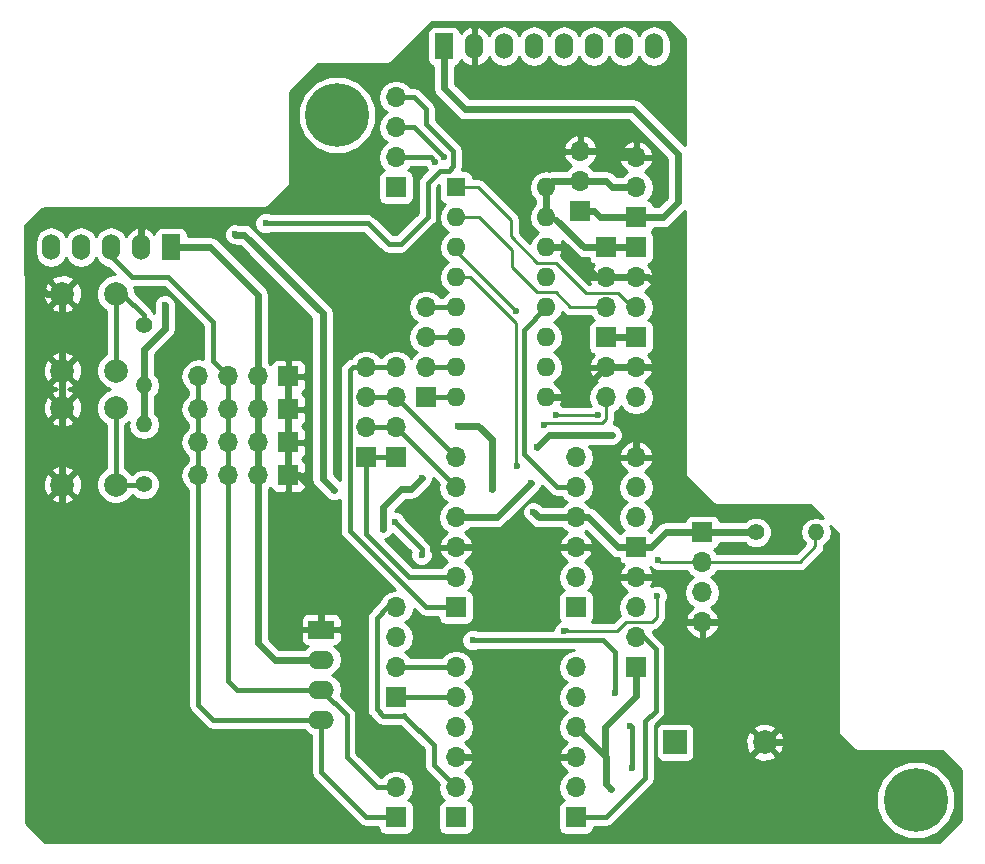
<source format=gtl>
G04 #@! TF.FileFunction,Copper,L1,Top,Signal*
%FSLAX46Y46*%
G04 Gerber Fmt 4.6, Leading zero omitted, Abs format (unit mm)*
G04 Created by KiCad (PCBNEW 4.0.5) date 11/29/17 15:11:43*
%MOMM*%
%LPD*%
G01*
G04 APERTURE LIST*
%ADD10C,0.100000*%
%ADD11C,5.400000*%
%ADD12R,1.700000X1.700000*%
%ADD13O,1.700000X1.700000*%
%ADD14R,1.600000X1.600000*%
%ADD15O,1.600000X1.600000*%
%ADD16R,2.199640X1.524000*%
%ADD17O,2.199640X1.524000*%
%ADD18R,1.524000X2.199640*%
%ADD19O,1.524000X2.199640*%
%ADD20C,2.000000*%
%ADD21R,2.000000X2.000000*%
%ADD22C,1.400000*%
%ADD23O,1.400000X1.400000*%
%ADD24C,0.600000*%
%ADD25C,0.600000*%
%ADD26C,0.250000*%
%ADD27C,0.400000*%
%ADD28C,0.254000*%
G04 APERTURE END LIST*
D10*
D11*
X173540000Y-123000000D03*
D12*
X145135600Y-73152000D03*
D13*
X145135600Y-70612000D03*
X145135600Y-68072000D03*
D14*
X134620000Y-71120000D03*
D15*
X142240000Y-88900000D03*
X134620000Y-73660000D03*
X142240000Y-86360000D03*
X134620000Y-76200000D03*
X142240000Y-83820000D03*
X134620000Y-78740000D03*
X142240000Y-81280000D03*
X134620000Y-81280000D03*
X142240000Y-78740000D03*
X134620000Y-83820000D03*
X142240000Y-76200000D03*
X134620000Y-86360000D03*
X142240000Y-73660000D03*
X134620000Y-88900000D03*
X142240000Y-71120000D03*
D13*
X134620000Y-93980000D03*
X134620000Y-96520000D03*
X134620000Y-99060000D03*
X134620000Y-101600000D03*
X134620000Y-104140000D03*
D12*
X134620000Y-106680000D03*
X144780000Y-106680000D03*
D13*
X144780000Y-104140000D03*
X144780000Y-101600000D03*
X144780000Y-99060000D03*
X144780000Y-96520000D03*
X144780000Y-93980000D03*
X134620000Y-111760000D03*
X134620000Y-114300000D03*
X134620000Y-116840000D03*
X134620000Y-119380000D03*
X134620000Y-121920000D03*
D12*
X134620000Y-124460000D03*
X144780000Y-124460000D03*
D13*
X144780000Y-121920000D03*
X144780000Y-119380000D03*
X144780000Y-116840000D03*
X144780000Y-114300000D03*
X144780000Y-111760000D03*
D12*
X149860000Y-101600000D03*
D13*
X149860000Y-99060000D03*
X149860000Y-96520000D03*
X149860000Y-93980000D03*
D12*
X149860000Y-76200000D03*
D13*
X149860000Y-78740000D03*
X149860000Y-81280000D03*
D12*
X147320000Y-76200000D03*
D13*
X147320000Y-78740000D03*
X147320000Y-81280000D03*
D12*
X149860000Y-83820000D03*
D13*
X149860000Y-86360000D03*
X149860000Y-88900000D03*
D12*
X147320000Y-83820000D03*
D13*
X147320000Y-86360000D03*
X147320000Y-88900000D03*
D12*
X129540000Y-93980000D03*
D13*
X129540000Y-91440000D03*
X129540000Y-88900000D03*
X129540000Y-86360000D03*
D12*
X129540000Y-114300000D03*
D13*
X129540000Y-111760000D03*
X129540000Y-109220000D03*
X129540000Y-106680000D03*
D12*
X127000000Y-93980000D03*
D13*
X127000000Y-91440000D03*
X127000000Y-88900000D03*
X127000000Y-86360000D03*
D12*
X149860000Y-111760000D03*
D13*
X149860000Y-109220000D03*
X149860000Y-106680000D03*
X149860000Y-104140000D03*
D12*
X149860000Y-73660000D03*
D13*
X149860000Y-71120000D03*
X149860000Y-68580000D03*
D12*
X132080000Y-88900000D03*
D13*
X132080000Y-86360000D03*
X132080000Y-83820000D03*
X132080000Y-81280000D03*
D16*
X123190000Y-108585000D03*
D17*
X123190000Y-111125000D03*
X123190000Y-113665000D03*
X123190000Y-116205000D03*
D12*
X129540000Y-124460000D03*
D13*
X129540000Y-121920000D03*
D18*
X110490000Y-76200000D03*
D19*
X107950000Y-76200000D03*
X105410000Y-76200000D03*
X102870000Y-76200000D03*
X100330000Y-76200000D03*
D18*
X133604000Y-59182000D03*
D19*
X136144000Y-59182000D03*
X138684000Y-59182000D03*
X141224000Y-59182000D03*
X143764000Y-59182000D03*
X146304000Y-59182000D03*
X148844000Y-59182000D03*
X151384000Y-59182000D03*
D20*
X101291000Y-89789000D03*
X105791000Y-89789000D03*
X101291000Y-96289000D03*
X105791000Y-96289000D03*
X101291000Y-80137000D03*
X105791000Y-80137000D03*
X101291000Y-86637000D03*
X105791000Y-86637000D03*
D12*
X155448000Y-100330000D03*
D13*
X155448000Y-102870000D03*
X155448000Y-105410000D03*
X155448000Y-107950000D03*
D12*
X120396000Y-87122000D03*
D13*
X117856000Y-87122000D03*
X115316000Y-87122000D03*
X112776000Y-87122000D03*
D12*
X120396000Y-89916000D03*
D13*
X117856000Y-89916000D03*
X115316000Y-89916000D03*
X112776000Y-89916000D03*
D12*
X120396000Y-92710000D03*
D13*
X117856000Y-92710000D03*
X115316000Y-92710000D03*
X112776000Y-92710000D03*
D12*
X120396000Y-95504000D03*
D13*
X117856000Y-95504000D03*
X115316000Y-95504000D03*
X112776000Y-95504000D03*
D12*
X129540000Y-71125080D03*
D13*
X129540000Y-68585080D03*
X129540000Y-66045080D03*
X129540000Y-63505080D03*
D11*
X124540000Y-65000000D03*
D21*
X153162000Y-118110000D03*
D20*
X160762000Y-118110000D03*
D22*
X160020000Y-100330000D03*
D23*
X165100000Y-100330000D03*
D22*
X108204000Y-82804000D03*
D23*
X108204000Y-87884000D03*
D22*
X108204000Y-96266000D03*
D23*
X108204000Y-91186000D03*
D24*
X147828000Y-92075000D03*
X141478000Y-93091000D03*
X140970000Y-96139000D03*
X141152880Y-98602800D03*
X137632440Y-96702880D03*
X134762240Y-91328240D03*
X131749800Y-95707200D03*
X128397000Y-100015040D03*
X124282200Y-96774000D03*
X115925600Y-75102720D03*
X109956600Y-81092040D03*
X147701000Y-122047000D03*
X152665002Y-80645000D03*
X139730480Y-81584800D03*
X143052800Y-90357960D03*
X146639280Y-90388440D03*
X142082520Y-91257120D03*
X139811760Y-94716600D03*
X131699000Y-102235000D03*
X136017000Y-109474000D03*
X148082000Y-113919000D03*
X149352000Y-116713000D03*
X149479000Y-120269000D03*
X133604000Y-68580000D03*
X129413000Y-99441000D03*
X151749760Y-102656640D03*
X151627840Y-105704640D03*
X132842000Y-68961000D03*
X143764000Y-108712000D03*
X118491000Y-74168000D03*
D25*
X149860000Y-73660000D02*
X152146000Y-73660000D01*
X133604000Y-62738000D02*
X133604000Y-59182000D01*
X135382000Y-64516000D02*
X133604000Y-62738000D01*
X149606000Y-64516000D02*
X135382000Y-64516000D01*
X153416000Y-68326000D02*
X149606000Y-64516000D01*
X153416000Y-72390000D02*
X153416000Y-68326000D01*
X152146000Y-73660000D02*
X153416000Y-72390000D01*
X117856000Y-87122000D02*
X117856000Y-80264000D01*
X113792000Y-76200000D02*
X110490000Y-76200000D01*
X117856000Y-80264000D02*
X113792000Y-76200000D01*
X117856000Y-89916000D02*
X117856000Y-92710000D01*
X117856000Y-95504000D02*
X117856000Y-92710000D01*
X117856000Y-87122000D02*
X117856000Y-95504000D01*
X147828000Y-92075000D02*
X146304000Y-92075000D01*
X146304000Y-92075000D02*
X142494000Y-92075000D01*
X142494000Y-92075000D02*
X141478000Y-93091000D01*
X140970000Y-96139000D02*
X138049000Y-99060000D01*
X138049000Y-99060000D02*
X134620000Y-99060000D01*
X117856000Y-95504000D02*
X117856000Y-109728000D01*
X117856000Y-109728000D02*
X119253000Y-111125000D01*
X119253000Y-111125000D02*
X123190000Y-111125000D01*
X145135600Y-73152000D02*
X146304000Y-73152000D01*
X146304000Y-73152000D02*
X146812000Y-73660000D01*
X146812000Y-73660000D02*
X149860000Y-73660000D01*
X155448000Y-100330000D02*
X160020000Y-100330000D01*
X149860000Y-101600000D02*
X151130000Y-101600000D01*
X152400000Y-100330000D02*
X155448000Y-100330000D01*
X151130000Y-101600000D02*
X152400000Y-100330000D01*
X155638500Y-100139500D02*
X155448000Y-100330000D01*
X155448000Y-100330000D02*
X154940000Y-100330000D01*
X108204000Y-87884000D02*
X108204000Y-91186000D01*
X109956600Y-82798920D02*
X109956600Y-83083400D01*
X144780000Y-99060000D02*
X141610080Y-99060000D01*
X141152880Y-98602800D02*
X141610080Y-99060000D01*
X137632440Y-92425520D02*
X137632440Y-96702880D01*
X136514840Y-91307920D02*
X137632440Y-92425520D01*
X134782560Y-91307920D02*
X136514840Y-91307920D01*
X134762240Y-91328240D02*
X134782560Y-91307920D01*
X130794760Y-96662240D02*
X131749800Y-95707200D01*
X129997200Y-96662240D02*
X130794760Y-96662240D01*
X128437640Y-98221800D02*
X129997200Y-96662240D01*
X128437640Y-99974400D02*
X128437640Y-98221800D01*
X128397000Y-100015040D02*
X128437640Y-99974400D01*
X123317000Y-95808800D02*
X124282200Y-96774000D01*
X123317000Y-81762600D02*
X123317000Y-95808800D01*
X116677440Y-75123040D02*
X123317000Y-81762600D01*
X115945920Y-75123040D02*
X116677440Y-75123040D01*
X115925600Y-75102720D02*
X115945920Y-75123040D01*
X109956600Y-82798920D02*
X109956600Y-81092040D01*
X108204000Y-84836000D02*
X108204000Y-87884000D01*
X109956600Y-83083400D02*
X108204000Y-84836000D01*
X147193000Y-119253000D02*
X147193000Y-116840000D01*
X147320000Y-119380000D02*
X147193000Y-119253000D01*
X147193000Y-119253000D02*
X144780000Y-116840000D01*
X147320000Y-121666000D02*
X147320000Y-119380000D01*
X147701000Y-122047000D02*
X147320000Y-121666000D01*
X142240000Y-73660000D02*
X142494000Y-73660000D01*
X143065500Y-73850500D02*
X145415000Y-76200000D01*
X145415000Y-76200000D02*
X147320000Y-76200000D01*
X144780000Y-99060000D02*
X145796000Y-99060000D01*
X148336000Y-101600000D02*
X149860000Y-101600000D01*
X145796000Y-99060000D02*
X148336000Y-101600000D01*
X147193000Y-116840000D02*
X149860000Y-114173000D01*
X149860000Y-114173000D02*
X149860000Y-111760000D01*
X147320000Y-83820000D02*
X149860000Y-83820000D01*
X142240000Y-71120000D02*
X142240000Y-73660000D01*
X145135600Y-70612000D02*
X142748000Y-70612000D01*
X142748000Y-70612000D02*
X142240000Y-71120000D01*
X145135600Y-70612000D02*
X147320000Y-70612000D01*
X147828000Y-71120000D02*
X149860000Y-71120000D01*
X147320000Y-70612000D02*
X147828000Y-71120000D01*
X147320000Y-76200000D02*
X149860000Y-76200000D01*
X101291000Y-80137000D02*
X99949000Y-80137000D01*
X107950000Y-73914000D02*
X107950000Y-76200000D01*
X107188000Y-73152000D02*
X107950000Y-73914000D01*
X99568000Y-73152000D02*
X107188000Y-73152000D01*
X98298000Y-74422000D02*
X99568000Y-73152000D01*
X98298000Y-78486000D02*
X98298000Y-74422000D01*
X99949000Y-80137000D02*
X98298000Y-78486000D01*
X162941000Y-118364000D02*
X162941000Y-118237000D01*
X162941000Y-118237000D02*
X162814000Y-118110000D01*
X162814000Y-118110000D02*
X160762000Y-118110000D01*
X149860000Y-86360000D02*
X151130000Y-86360000D01*
X151130000Y-86360000D02*
X152654000Y-87884000D01*
X152654000Y-87884000D02*
X152654000Y-89281000D01*
X152654000Y-89281000D02*
X149860000Y-92075000D01*
X149860000Y-92075000D02*
X149860000Y-93980000D01*
X152665002Y-80645000D02*
X152781000Y-80645000D01*
X120396000Y-92710000D02*
X120396000Y-95504000D01*
X120396000Y-87122000D02*
X120396000Y-89916000D01*
X101291000Y-80137000D02*
X101291000Y-86637000D01*
X101291000Y-96289000D02*
X101291000Y-89789000D01*
X120396000Y-87122000D02*
X120396000Y-95504000D01*
X152654000Y-87884000D02*
X152654000Y-89281000D01*
X149860000Y-92075000D02*
X149860000Y-93980000D01*
X152654000Y-89281000D02*
X149860000Y-92075000D01*
X142240000Y-88900000D02*
X144780000Y-88900000D01*
X144780000Y-88900000D02*
X147320000Y-86360000D01*
X155448000Y-107950000D02*
X154178000Y-107950000D01*
X151892000Y-104140000D02*
X149860000Y-104140000D01*
X153289000Y-105537000D02*
X151892000Y-104140000D01*
X153289000Y-107061000D02*
X153289000Y-105537000D01*
X154178000Y-107950000D02*
X153289000Y-107061000D01*
X149860000Y-104140000D02*
X148463000Y-104140000D01*
X148463000Y-104140000D02*
X145923000Y-101600000D01*
X145923000Y-101600000D02*
X144780000Y-101600000D01*
X134620000Y-101600000D02*
X144780000Y-101600000D01*
X120396000Y-95504000D02*
X121285000Y-95504000D01*
X121285000Y-95504000D02*
X123190000Y-97409000D01*
X123190000Y-97409000D02*
X123190000Y-108585000D01*
X145135600Y-68072000D02*
X146812000Y-68072000D01*
X145135600Y-68072000D02*
X149352000Y-68072000D01*
X149352000Y-68072000D02*
X149860000Y-68580000D01*
X152781000Y-88011000D02*
X152654000Y-87884000D01*
X152654000Y-87884000D02*
X151130000Y-86360000D01*
X151130000Y-86360000D02*
X147320000Y-86360000D01*
X101291000Y-80137000D02*
X100965000Y-80137000D01*
X149860000Y-78740000D02*
X150876000Y-78740000D01*
X152781000Y-80645000D02*
X152781000Y-88011000D01*
X150876000Y-78740000D02*
X152781000Y-80645000D01*
X142240000Y-76200000D02*
X144018000Y-76200000D01*
X144018000Y-76200000D02*
X146558000Y-78740000D01*
X146558000Y-78740000D02*
X149860000Y-78740000D01*
X162941000Y-118364000D02*
X162941000Y-124079000D01*
X134620000Y-119380000D02*
X136779000Y-119380000D01*
X139192000Y-121793000D02*
X139192000Y-126111000D01*
X136779000Y-119380000D02*
X139192000Y-121793000D01*
X144780000Y-119380000D02*
X143129000Y-119380000D01*
X141986000Y-120523000D02*
X141986000Y-126111000D01*
X143129000Y-119380000D02*
X141986000Y-120523000D01*
X101291000Y-80137000D02*
X101291000Y-103577000D01*
X101291000Y-113483000D02*
X112268000Y-124460000D01*
X112268000Y-124460000D02*
X125349000Y-124460000D01*
X125349000Y-124460000D02*
X127000000Y-126111000D01*
X127000000Y-126111000D02*
X139192000Y-126111000D01*
X101291000Y-103577000D02*
X101291000Y-113483000D01*
X162433000Y-107950000D02*
X155448000Y-107950000D01*
X165735000Y-111252000D02*
X165608000Y-111125000D01*
X165608000Y-111125000D02*
X162433000Y-107950000D01*
X165735000Y-121285000D02*
X165735000Y-111252000D01*
X162941000Y-124079000D02*
X165735000Y-121285000D01*
X160909000Y-126111000D02*
X162941000Y-124079000D01*
X139192000Y-126111000D02*
X141986000Y-126111000D01*
X141986000Y-126111000D02*
X160909000Y-126111000D01*
X107823000Y-76073000D02*
X107823000Y-76835000D01*
D26*
X149860000Y-81280000D02*
X149519640Y-81280000D01*
X149519640Y-81280000D02*
X148295360Y-80055720D01*
X148295360Y-80055720D02*
X145587720Y-80055720D01*
X145587720Y-80055720D02*
X143057880Y-77525880D01*
X143057880Y-77525880D02*
X141513560Y-77525880D01*
X141513560Y-77525880D02*
X139252960Y-75265280D01*
X139252960Y-75265280D02*
X139252960Y-73863200D01*
X139252960Y-73863200D02*
X136509760Y-71120000D01*
X136509760Y-71120000D02*
X134620000Y-71120000D01*
X147320000Y-81280000D02*
X144312640Y-81280000D01*
X136530080Y-73660000D02*
X134620000Y-73660000D01*
X139334240Y-76464160D02*
X136530080Y-73660000D01*
X139334240Y-77866240D02*
X139334240Y-76464160D01*
X141488160Y-80020160D02*
X139334240Y-77866240D01*
X143052800Y-80020160D02*
X141488160Y-80020160D01*
X144312640Y-81280000D02*
X143052800Y-80020160D01*
X134620000Y-76200000D02*
X134620000Y-76474320D01*
X134620000Y-76474320D02*
X139730480Y-81584800D01*
X143052800Y-90357960D02*
X143083280Y-90388440D01*
X143083280Y-90388440D02*
X146639280Y-90388440D01*
X134620000Y-78740000D02*
X135839200Y-78740000D01*
X147320000Y-90774520D02*
X147320000Y-88900000D01*
X146989800Y-91104720D02*
X147320000Y-90774520D01*
X142234920Y-91104720D02*
X146989800Y-91104720D01*
X142082520Y-91257120D02*
X142234920Y-91104720D01*
X139674600Y-94579440D02*
X139811760Y-94716600D01*
X139674600Y-82575400D02*
X139674600Y-94579440D01*
X135839200Y-78740000D02*
X139674600Y-82575400D01*
D25*
X102870000Y-76200000D02*
X102870000Y-76962000D01*
D27*
X102743000Y-76073000D02*
X102743000Y-76200000D01*
X112776000Y-92710000D02*
X112776000Y-95504000D01*
X112776000Y-89916000D02*
X112776000Y-92710000D01*
X112776000Y-87122000D02*
X112776000Y-95504000D01*
X123190000Y-116205000D02*
X123190000Y-120650000D01*
X127000000Y-124460000D02*
X129540000Y-124460000D01*
X123190000Y-120650000D02*
X127000000Y-124460000D01*
X112776000Y-95504000D02*
X112776000Y-114935000D01*
X114046000Y-116205000D02*
X123190000Y-116205000D01*
X112776000Y-114935000D02*
X114046000Y-116205000D01*
X105410000Y-76200000D02*
X105410000Y-76962000D01*
X105410000Y-76962000D02*
X107188000Y-78740000D01*
X107188000Y-78740000D02*
X110236000Y-78740000D01*
X110236000Y-78740000D02*
X114046000Y-82550000D01*
X114046000Y-82550000D02*
X114046000Y-85852000D01*
X114046000Y-85852000D02*
X115316000Y-87122000D01*
X115316000Y-89916000D02*
X115316000Y-87122000D01*
X115316000Y-92710000D02*
X115316000Y-89916000D01*
X115316000Y-87122000D02*
X115316000Y-95504000D01*
X129540000Y-121920000D02*
X127889000Y-121920000D01*
X125349000Y-115824000D02*
X123190000Y-113665000D01*
X125349000Y-119380000D02*
X125349000Y-115824000D01*
X127889000Y-121920000D02*
X125349000Y-119380000D01*
X115316000Y-95504000D02*
X115316000Y-112903000D01*
X115316000Y-112903000D02*
X116078000Y-113665000D01*
X116078000Y-113665000D02*
X123190000Y-113665000D01*
X105283000Y-76073000D02*
X105537000Y-76073000D01*
X134620000Y-104140000D02*
X130637280Y-104140000D01*
X127000000Y-100502720D02*
X127000000Y-93980000D01*
X130637280Y-104140000D02*
X127000000Y-100502720D01*
X127000000Y-93980000D02*
X129540000Y-93980000D01*
X129540000Y-91440000D02*
X134620000Y-96520000D01*
X127000000Y-91440000D02*
X129540000Y-91440000D01*
X129540000Y-88900000D02*
X134620000Y-93980000D01*
X127000000Y-88900000D02*
X129540000Y-88900000D01*
X127000000Y-86360000D02*
X125857000Y-86360000D01*
X132080000Y-106680000D02*
X134620000Y-106680000D01*
X125603000Y-100203000D02*
X132080000Y-106680000D01*
X125603000Y-86614000D02*
X125603000Y-100203000D01*
X125857000Y-86360000D02*
X125603000Y-86614000D01*
X127000000Y-86360000D02*
X126746000Y-86360000D01*
X127000000Y-86360000D02*
X129540000Y-86360000D01*
X144780000Y-124460000D02*
X147320000Y-124460000D01*
X151511000Y-110236000D02*
X150495000Y-109220000D01*
X151511000Y-115443000D02*
X151511000Y-110236000D01*
X150622000Y-116332000D02*
X151511000Y-115443000D01*
X150622000Y-121158000D02*
X150622000Y-116332000D01*
X147320000Y-124460000D02*
X150622000Y-121158000D01*
X150495000Y-109220000D02*
X149860000Y-109220000D01*
X129540000Y-114300000D02*
X134620000Y-114300000D01*
X134620000Y-111760000D02*
X129540000Y-111760000D01*
X130238500Y-115887500D02*
X128460500Y-115887500D01*
X127889000Y-107569000D02*
X128778000Y-106680000D01*
X127889000Y-115316000D02*
X127889000Y-107569000D01*
X128460500Y-115887500D02*
X127889000Y-115316000D01*
X128778000Y-106680000D02*
X129540000Y-106680000D01*
X134620000Y-121920000D02*
X132715000Y-120015000D01*
X132715000Y-118364000D02*
X130238500Y-115887500D01*
X130238500Y-115887500D02*
X130175000Y-115824000D01*
X132715000Y-120015000D02*
X132715000Y-118364000D01*
X144780000Y-96520000D02*
X143129000Y-96520000D01*
X140335000Y-83185000D02*
X142240000Y-81280000D01*
X140335000Y-93726000D02*
X140335000Y-83185000D01*
X143129000Y-96520000D02*
X140335000Y-93726000D01*
X132080000Y-88900000D02*
X134620000Y-88900000D01*
X132080000Y-86360000D02*
X134620000Y-86360000D01*
X132080000Y-83820000D02*
X134620000Y-83820000D01*
X132080000Y-81280000D02*
X134620000Y-81280000D01*
X129413000Y-99441000D02*
X131699000Y-101727000D01*
X131699000Y-101727000D02*
X131699000Y-102235000D01*
X136017000Y-109474000D02*
X143891000Y-109474000D01*
X143891000Y-109474000D02*
X147066000Y-109474000D01*
X147066000Y-109474000D02*
X148082000Y-110490000D01*
X148082000Y-110490000D02*
X148082000Y-113919000D01*
X149352000Y-116713000D02*
X149479000Y-116840000D01*
X149479000Y-116840000D02*
X149479000Y-120269000D01*
X131064000Y-66040000D02*
X129540000Y-66040000D01*
X131064000Y-66040000D02*
X133604000Y-68580000D01*
D26*
X165053000Y-100139500D02*
X165053000Y-101520000D01*
X163703000Y-102870000D02*
X155448000Y-102870000D01*
X165053000Y-101520000D02*
X163703000Y-102870000D01*
X143764000Y-108712000D02*
X148254720Y-108712000D01*
X151963120Y-102870000D02*
X155448000Y-102870000D01*
X151749760Y-102656640D02*
X151963120Y-102870000D01*
X151627840Y-107492800D02*
X151627840Y-105704640D01*
X151180800Y-107939840D02*
X151627840Y-107492800D01*
X149026880Y-107939840D02*
X151180800Y-107939840D01*
X148254720Y-108712000D02*
X149026880Y-107939840D01*
D27*
X132461000Y-68580000D02*
X132842000Y-68961000D01*
X132461000Y-68580000D02*
X129540000Y-68580000D01*
X143764000Y-108712000D02*
X143891000Y-108585000D01*
X105791000Y-96289000D02*
X108181000Y-96289000D01*
X108181000Y-96289000D02*
X108204000Y-96266000D01*
X105791000Y-96289000D02*
X105791000Y-89789000D01*
X108204000Y-82804000D02*
X108204000Y-81962000D01*
X108204000Y-81962000D02*
X106379000Y-80137000D01*
X134366000Y-68707000D02*
X134366000Y-69342000D01*
X131064000Y-63500000D02*
X132080000Y-64516000D01*
X132080000Y-64516000D02*
X132080000Y-65786000D01*
X132080000Y-65786000D02*
X134366000Y-68072000D01*
X134366000Y-68072000D02*
X134366000Y-68707000D01*
X127127000Y-74168000D02*
X118491000Y-74168000D01*
X128905000Y-75946000D02*
X127127000Y-74168000D01*
X129921000Y-75946000D02*
X128905000Y-75946000D01*
X131064000Y-63500000D02*
X129540000Y-63500000D01*
X132207000Y-73660000D02*
X129921000Y-75946000D01*
X132207000Y-70739000D02*
X132207000Y-73660000D01*
X133223000Y-69723000D02*
X132207000Y-70739000D01*
X133985000Y-69723000D02*
X133223000Y-69723000D01*
X134366000Y-69342000D02*
X133985000Y-69723000D01*
X129540000Y-63500000D02*
X130302000Y-63500000D01*
X105791000Y-86637000D02*
X105791000Y-80137000D01*
X105791000Y-80137000D02*
X106379000Y-80137000D01*
D28*
G36*
X153976000Y-58460092D02*
X153976000Y-67563710D01*
X150267145Y-63854855D01*
X149963809Y-63652173D01*
X149606000Y-63581000D01*
X135769290Y-63581000D01*
X134539000Y-62350710D01*
X134539000Y-60896708D01*
X134601317Y-60884982D01*
X134817441Y-60745910D01*
X134962431Y-60533710D01*
X135008921Y-60304133D01*
X135245974Y-60597450D01*
X135726723Y-60859080D01*
X135800930Y-60874040D01*
X136017000Y-60751540D01*
X136017000Y-59309000D01*
X135997000Y-59309000D01*
X135997000Y-59055000D01*
X136017000Y-59055000D01*
X136017000Y-57612460D01*
X136271000Y-57612460D01*
X136271000Y-59055000D01*
X136291000Y-59055000D01*
X136291000Y-59309000D01*
X136271000Y-59309000D01*
X136271000Y-60751540D01*
X136487070Y-60874040D01*
X136561277Y-60859080D01*
X137042026Y-60597450D01*
X137386059Y-60171761D01*
X137405353Y-60106394D01*
X137696172Y-60541635D01*
X138149391Y-60844467D01*
X138684000Y-60950807D01*
X139218609Y-60844467D01*
X139671828Y-60541635D01*
X139954000Y-60119336D01*
X140236172Y-60541635D01*
X140689391Y-60844467D01*
X141224000Y-60950807D01*
X141758609Y-60844467D01*
X142211828Y-60541635D01*
X142494000Y-60119336D01*
X142776172Y-60541635D01*
X143229391Y-60844467D01*
X143764000Y-60950807D01*
X144298609Y-60844467D01*
X144751828Y-60541635D01*
X145034000Y-60119336D01*
X145316172Y-60541635D01*
X145769391Y-60844467D01*
X146304000Y-60950807D01*
X146838609Y-60844467D01*
X147291828Y-60541635D01*
X147574000Y-60119336D01*
X147856172Y-60541635D01*
X148309391Y-60844467D01*
X148844000Y-60950807D01*
X149378609Y-60844467D01*
X149831828Y-60541635D01*
X150114000Y-60119336D01*
X150396172Y-60541635D01*
X150849391Y-60844467D01*
X151384000Y-60950807D01*
X151918609Y-60844467D01*
X152371828Y-60541635D01*
X152674660Y-60088416D01*
X152781000Y-59553807D01*
X152781000Y-58810193D01*
X152674660Y-58275584D01*
X152371828Y-57822365D01*
X151918609Y-57519533D01*
X151384000Y-57413193D01*
X150849391Y-57519533D01*
X150396172Y-57822365D01*
X150114000Y-58244664D01*
X149831828Y-57822365D01*
X149378609Y-57519533D01*
X148844000Y-57413193D01*
X148309391Y-57519533D01*
X147856172Y-57822365D01*
X147574000Y-58244664D01*
X147291828Y-57822365D01*
X146838609Y-57519533D01*
X146304000Y-57413193D01*
X145769391Y-57519533D01*
X145316172Y-57822365D01*
X145034000Y-58244664D01*
X144751828Y-57822365D01*
X144298609Y-57519533D01*
X143764000Y-57413193D01*
X143229391Y-57519533D01*
X142776172Y-57822365D01*
X142494000Y-58244664D01*
X142211828Y-57822365D01*
X141758609Y-57519533D01*
X141224000Y-57413193D01*
X140689391Y-57519533D01*
X140236172Y-57822365D01*
X139954000Y-58244664D01*
X139671828Y-57822365D01*
X139218609Y-57519533D01*
X138684000Y-57413193D01*
X138149391Y-57519533D01*
X137696172Y-57822365D01*
X137405353Y-58257606D01*
X137386059Y-58192239D01*
X137042026Y-57766550D01*
X136561277Y-57504920D01*
X136487070Y-57489960D01*
X136271000Y-57612460D01*
X136017000Y-57612460D01*
X135800930Y-57489960D01*
X135726723Y-57504920D01*
X135245974Y-57766550D01*
X135009181Y-58059546D01*
X134969162Y-57846863D01*
X134830090Y-57630739D01*
X134617890Y-57485749D01*
X134366000Y-57434740D01*
X132842000Y-57434740D01*
X132606683Y-57479018D01*
X132390559Y-57618090D01*
X132245569Y-57830290D01*
X132194560Y-58082180D01*
X132194560Y-60281820D01*
X132238838Y-60517137D01*
X132377910Y-60733261D01*
X132590110Y-60878251D01*
X132669000Y-60894227D01*
X132669000Y-62738000D01*
X132740173Y-63095809D01*
X132942855Y-63399145D01*
X134720855Y-65177145D01*
X135024191Y-65379827D01*
X135382000Y-65451000D01*
X149218710Y-65451000D01*
X152481000Y-68713290D01*
X152481000Y-72002710D01*
X151758710Y-72725000D01*
X151341446Y-72725000D01*
X151313162Y-72574683D01*
X151174090Y-72358559D01*
X150961890Y-72213569D01*
X150894459Y-72199914D01*
X150939147Y-72170054D01*
X151261054Y-71688285D01*
X151374093Y-71120000D01*
X151261054Y-70551715D01*
X150939147Y-70069946D01*
X150598447Y-69842298D01*
X150741358Y-69775183D01*
X151131645Y-69346924D01*
X151301476Y-68936890D01*
X151180155Y-68707000D01*
X149987000Y-68707000D01*
X149987000Y-68727000D01*
X149733000Y-68727000D01*
X149733000Y-68707000D01*
X148539845Y-68707000D01*
X148418524Y-68936890D01*
X148588355Y-69346924D01*
X148978642Y-69775183D01*
X149121553Y-69842298D01*
X148780853Y-70069946D01*
X148703977Y-70185000D01*
X148215290Y-70185000D01*
X147981145Y-69950855D01*
X147677809Y-69748173D01*
X147320000Y-69677000D01*
X146291623Y-69677000D01*
X146214747Y-69561946D01*
X145874047Y-69334298D01*
X146016958Y-69267183D01*
X146407245Y-68838924D01*
X146577076Y-68428890D01*
X146468479Y-68223110D01*
X148418524Y-68223110D01*
X148539845Y-68453000D01*
X149733000Y-68453000D01*
X149733000Y-67259181D01*
X149987000Y-67259181D01*
X149987000Y-68453000D01*
X151180155Y-68453000D01*
X151301476Y-68223110D01*
X151131645Y-67813076D01*
X150741358Y-67384817D01*
X150216892Y-67138514D01*
X149987000Y-67259181D01*
X149733000Y-67259181D01*
X149503108Y-67138514D01*
X148978642Y-67384817D01*
X148588355Y-67813076D01*
X148418524Y-68223110D01*
X146468479Y-68223110D01*
X146455755Y-68199000D01*
X145262600Y-68199000D01*
X145262600Y-68219000D01*
X145008600Y-68219000D01*
X145008600Y-68199000D01*
X143815445Y-68199000D01*
X143694124Y-68428890D01*
X143863955Y-68838924D01*
X144254242Y-69267183D01*
X144397153Y-69334298D01*
X144056453Y-69561946D01*
X143979577Y-69677000D01*
X142748000Y-69677000D01*
X142487948Y-69728728D01*
X142268113Y-69685000D01*
X142211887Y-69685000D01*
X141662736Y-69794233D01*
X141197189Y-70105302D01*
X140886120Y-70570849D01*
X140776887Y-71120000D01*
X140886120Y-71669151D01*
X141197189Y-72134698D01*
X141305000Y-72206735D01*
X141305000Y-72573265D01*
X141197189Y-72645302D01*
X140886120Y-73110849D01*
X140776887Y-73660000D01*
X140886120Y-74209151D01*
X141197189Y-74674698D01*
X141601703Y-74944986D01*
X141384866Y-75047611D01*
X141008959Y-75462577D01*
X140867235Y-75804753D01*
X140012960Y-74950478D01*
X140012960Y-73863200D01*
X139955108Y-73572361D01*
X139790361Y-73325799D01*
X137047161Y-70582599D01*
X136800599Y-70417852D01*
X136509760Y-70360000D01*
X136067440Y-70360000D01*
X136067440Y-70320000D01*
X136023162Y-70084683D01*
X135884090Y-69868559D01*
X135671890Y-69723569D01*
X135420000Y-69672560D01*
X135130076Y-69672560D01*
X135137439Y-69661541D01*
X135201000Y-69342000D01*
X135201000Y-68072000D01*
X135137439Y-67752459D01*
X135112484Y-67715110D01*
X143694124Y-67715110D01*
X143815445Y-67945000D01*
X145008600Y-67945000D01*
X145008600Y-66751181D01*
X145262600Y-66751181D01*
X145262600Y-67945000D01*
X146455755Y-67945000D01*
X146577076Y-67715110D01*
X146407245Y-67305076D01*
X146016958Y-66876817D01*
X145492492Y-66630514D01*
X145262600Y-66751181D01*
X145008600Y-66751181D01*
X144778708Y-66630514D01*
X144254242Y-66876817D01*
X143863955Y-67305076D01*
X143694124Y-67715110D01*
X135112484Y-67715110D01*
X134956434Y-67481566D01*
X132915000Y-65440132D01*
X132915000Y-64516000D01*
X132851439Y-64196459D01*
X132670434Y-63925566D01*
X131654434Y-62909566D01*
X131397667Y-62738000D01*
X131383541Y-62728561D01*
X131064000Y-62665000D01*
X130759447Y-62665000D01*
X130619147Y-62455026D01*
X130137378Y-62133119D01*
X129569093Y-62020080D01*
X129510907Y-62020080D01*
X128942622Y-62133119D01*
X128460853Y-62455026D01*
X128138946Y-62936795D01*
X128025907Y-63505080D01*
X128138946Y-64073365D01*
X128460853Y-64555134D01*
X128790026Y-64775080D01*
X128460853Y-64995026D01*
X128138946Y-65476795D01*
X128025907Y-66045080D01*
X128138946Y-66613365D01*
X128460853Y-67095134D01*
X128790026Y-67315080D01*
X128460853Y-67535026D01*
X128138946Y-68016795D01*
X128025907Y-68585080D01*
X128138946Y-69153365D01*
X128460853Y-69635134D01*
X128502452Y-69662930D01*
X128454683Y-69671918D01*
X128238559Y-69810990D01*
X128093569Y-70023190D01*
X128042560Y-70275080D01*
X128042560Y-71975080D01*
X128086838Y-72210397D01*
X128225910Y-72426521D01*
X128438110Y-72571511D01*
X128690000Y-72622520D01*
X130390000Y-72622520D01*
X130625317Y-72578242D01*
X130841441Y-72439170D01*
X130986431Y-72226970D01*
X131037440Y-71975080D01*
X131037440Y-70275080D01*
X130993162Y-70039763D01*
X130854090Y-69823639D01*
X130641890Y-69678649D01*
X130574459Y-69664994D01*
X130619147Y-69635134D01*
X130766235Y-69415000D01*
X132017917Y-69415000D01*
X132048883Y-69489943D01*
X132161937Y-69603195D01*
X131616566Y-70148566D01*
X131435561Y-70419459D01*
X131372000Y-70739000D01*
X131372000Y-73314132D01*
X129575132Y-75111000D01*
X129250868Y-75111000D01*
X127717434Y-73577566D01*
X127619376Y-73512046D01*
X127446541Y-73396561D01*
X127127000Y-73333000D01*
X118918234Y-73333000D01*
X118677799Y-73233162D01*
X118305833Y-73232838D01*
X117962057Y-73374883D01*
X117698808Y-73637673D01*
X117556162Y-73981201D01*
X117555838Y-74353167D01*
X117697883Y-74696943D01*
X117960673Y-74960192D01*
X118304201Y-75102838D01*
X118676167Y-75103162D01*
X118918578Y-75003000D01*
X126781132Y-75003000D01*
X128314566Y-76536434D01*
X128585460Y-76717440D01*
X128905000Y-76781000D01*
X129921000Y-76781000D01*
X130240541Y-76717439D01*
X130511434Y-76536434D01*
X132797434Y-74250434D01*
X132805145Y-74238893D01*
X132978439Y-73979541D01*
X133042000Y-73660000D01*
X133042000Y-71084868D01*
X133172560Y-70954308D01*
X133172560Y-71920000D01*
X133216838Y-72155317D01*
X133355910Y-72371441D01*
X133568110Y-72516431D01*
X133723089Y-72547815D01*
X133577189Y-72645302D01*
X133266120Y-73110849D01*
X133156887Y-73660000D01*
X133266120Y-74209151D01*
X133577189Y-74674698D01*
X133959275Y-74930000D01*
X133577189Y-75185302D01*
X133266120Y-75650849D01*
X133156887Y-76200000D01*
X133266120Y-76749151D01*
X133577189Y-77214698D01*
X133959275Y-77470000D01*
X133577189Y-77725302D01*
X133266120Y-78190849D01*
X133156887Y-78740000D01*
X133266120Y-79289151D01*
X133577189Y-79754698D01*
X133959275Y-80010000D01*
X133577189Y-80265302D01*
X133457118Y-80445000D01*
X133302841Y-80445000D01*
X133159147Y-80229946D01*
X132677378Y-79908039D01*
X132109093Y-79795000D01*
X132050907Y-79795000D01*
X131482622Y-79908039D01*
X131000853Y-80229946D01*
X130678946Y-80711715D01*
X130565907Y-81280000D01*
X130678946Y-81848285D01*
X131000853Y-82330054D01*
X131330026Y-82550000D01*
X131000853Y-82769946D01*
X130678946Y-83251715D01*
X130565907Y-83820000D01*
X130678946Y-84388285D01*
X131000853Y-84870054D01*
X131330026Y-85090000D01*
X131000853Y-85309946D01*
X130810000Y-85595578D01*
X130619147Y-85309946D01*
X130137378Y-84988039D01*
X129569093Y-84875000D01*
X129510907Y-84875000D01*
X128942622Y-84988039D01*
X128460853Y-85309946D01*
X128317159Y-85525000D01*
X128222841Y-85525000D01*
X128079147Y-85309946D01*
X127597378Y-84988039D01*
X127029093Y-84875000D01*
X126970907Y-84875000D01*
X126402622Y-84988039D01*
X125920853Y-85309946D01*
X125764921Y-85543316D01*
X125537459Y-85588561D01*
X125339331Y-85720946D01*
X125266566Y-85769566D01*
X125012566Y-86023566D01*
X124831561Y-86294459D01*
X124768000Y-86614000D01*
X124768000Y-95937510D01*
X124252000Y-95421510D01*
X124252000Y-81762600D01*
X124180827Y-81404791D01*
X123978145Y-81101455D01*
X117338585Y-74461895D01*
X117035249Y-74259213D01*
X116677440Y-74188040D01*
X116160945Y-74188040D01*
X116112399Y-74167882D01*
X115740433Y-74167558D01*
X115396657Y-74309603D01*
X115133408Y-74572393D01*
X114990762Y-74915921D01*
X114990438Y-75287887D01*
X115132483Y-75631663D01*
X115395273Y-75894912D01*
X115541138Y-75955481D01*
X115588111Y-75986867D01*
X115643034Y-75997792D01*
X115738801Y-76037558D01*
X115843409Y-76037649D01*
X115945920Y-76058040D01*
X116290150Y-76058040D01*
X122382000Y-82149890D01*
X122382000Y-95808800D01*
X122453173Y-96166609D01*
X122655855Y-96469945D01*
X123620764Y-97434854D01*
X123751873Y-97566192D01*
X124095401Y-97708838D01*
X124467367Y-97709162D01*
X124768000Y-97584943D01*
X124768000Y-100203000D01*
X124831561Y-100522541D01*
X124983544Y-100750000D01*
X125012566Y-100793434D01*
X129430188Y-105211056D01*
X128942622Y-105308039D01*
X128460853Y-105629946D01*
X128138946Y-106111715D01*
X128132373Y-106144759D01*
X127298566Y-106978566D01*
X127117561Y-107249459D01*
X127054000Y-107569000D01*
X127054000Y-115316000D01*
X127117561Y-115635541D01*
X127279567Y-115878000D01*
X127298566Y-115906434D01*
X127870066Y-116477934D01*
X128140959Y-116658939D01*
X128460500Y-116722500D01*
X129892632Y-116722500D01*
X131880000Y-118709868D01*
X131880000Y-120015000D01*
X131943561Y-120334541D01*
X131978320Y-120386561D01*
X132124566Y-120605434D01*
X133161193Y-121642061D01*
X133105907Y-121920000D01*
X133218946Y-122488285D01*
X133540853Y-122970054D01*
X133582452Y-122997850D01*
X133534683Y-123006838D01*
X133318559Y-123145910D01*
X133173569Y-123358110D01*
X133122560Y-123610000D01*
X133122560Y-125310000D01*
X133166838Y-125545317D01*
X133305910Y-125761441D01*
X133518110Y-125906431D01*
X133770000Y-125957440D01*
X135470000Y-125957440D01*
X135705317Y-125913162D01*
X135921441Y-125774090D01*
X136066431Y-125561890D01*
X136117440Y-125310000D01*
X136117440Y-123610000D01*
X136073162Y-123374683D01*
X135934090Y-123158559D01*
X135721890Y-123013569D01*
X135654459Y-122999914D01*
X135699147Y-122970054D01*
X136021054Y-122488285D01*
X136134093Y-121920000D01*
X136021054Y-121351715D01*
X135699147Y-120869946D01*
X135358447Y-120642298D01*
X135501358Y-120575183D01*
X135891645Y-120146924D01*
X136061476Y-119736890D01*
X135940155Y-119507000D01*
X134747000Y-119507000D01*
X134747000Y-119527000D01*
X134493000Y-119527000D01*
X134493000Y-119507000D01*
X134473000Y-119507000D01*
X134473000Y-119253000D01*
X134493000Y-119253000D01*
X134493000Y-119233000D01*
X134747000Y-119233000D01*
X134747000Y-119253000D01*
X135940155Y-119253000D01*
X136061476Y-119023110D01*
X135891645Y-118613076D01*
X135501358Y-118184817D01*
X135358447Y-118117702D01*
X135699147Y-117890054D01*
X136021054Y-117408285D01*
X136134093Y-116840000D01*
X136021054Y-116271715D01*
X135699147Y-115789946D01*
X135369974Y-115570000D01*
X135699147Y-115350054D01*
X136021054Y-114868285D01*
X136134093Y-114300000D01*
X136021054Y-113731715D01*
X135699147Y-113249946D01*
X135369974Y-113030000D01*
X135699147Y-112810054D01*
X136021054Y-112328285D01*
X136134093Y-111760000D01*
X136021054Y-111191715D01*
X135699147Y-110709946D01*
X135217378Y-110388039D01*
X134649093Y-110275000D01*
X134590907Y-110275000D01*
X134022622Y-110388039D01*
X133540853Y-110709946D01*
X133397159Y-110925000D01*
X130762841Y-110925000D01*
X130619147Y-110709946D01*
X130289974Y-110490000D01*
X130619147Y-110270054D01*
X130941054Y-109788285D01*
X130966737Y-109659167D01*
X135081838Y-109659167D01*
X135223883Y-110002943D01*
X135486673Y-110266192D01*
X135830201Y-110408838D01*
X136202167Y-110409162D01*
X136444578Y-110309000D01*
X144579978Y-110309000D01*
X144182622Y-110388039D01*
X143700853Y-110709946D01*
X143378946Y-111191715D01*
X143265907Y-111760000D01*
X143378946Y-112328285D01*
X143700853Y-112810054D01*
X144030026Y-113030000D01*
X143700853Y-113249946D01*
X143378946Y-113731715D01*
X143265907Y-114300000D01*
X143378946Y-114868285D01*
X143700853Y-115350054D01*
X144030026Y-115570000D01*
X143700853Y-115789946D01*
X143378946Y-116271715D01*
X143265907Y-116840000D01*
X143378946Y-117408285D01*
X143700853Y-117890054D01*
X144041553Y-118117702D01*
X143898642Y-118184817D01*
X143508355Y-118613076D01*
X143338524Y-119023110D01*
X143459845Y-119253000D01*
X144653000Y-119253000D01*
X144653000Y-119233000D01*
X144907000Y-119233000D01*
X144907000Y-119253000D01*
X144927000Y-119253000D01*
X144927000Y-119507000D01*
X144907000Y-119507000D01*
X144907000Y-119527000D01*
X144653000Y-119527000D01*
X144653000Y-119507000D01*
X143459845Y-119507000D01*
X143338524Y-119736890D01*
X143508355Y-120146924D01*
X143898642Y-120575183D01*
X144041553Y-120642298D01*
X143700853Y-120869946D01*
X143378946Y-121351715D01*
X143265907Y-121920000D01*
X143378946Y-122488285D01*
X143700853Y-122970054D01*
X143742452Y-122997850D01*
X143694683Y-123006838D01*
X143478559Y-123145910D01*
X143333569Y-123358110D01*
X143282560Y-123610000D01*
X143282560Y-125310000D01*
X143326838Y-125545317D01*
X143465910Y-125761441D01*
X143678110Y-125906431D01*
X143930000Y-125957440D01*
X145630000Y-125957440D01*
X145865317Y-125913162D01*
X146081441Y-125774090D01*
X146226431Y-125561890D01*
X146277440Y-125310000D01*
X146277440Y-125295000D01*
X147320000Y-125295000D01*
X147639541Y-125231439D01*
X147910434Y-125050434D01*
X149300406Y-123660462D01*
X170204422Y-123660462D01*
X170711076Y-124886658D01*
X171648407Y-125825627D01*
X172873717Y-126334420D01*
X174200462Y-126335578D01*
X175426658Y-125828924D01*
X176365627Y-124891593D01*
X176874420Y-123666283D01*
X176875578Y-122339538D01*
X176368924Y-121113342D01*
X175431593Y-120174373D01*
X174206283Y-119665580D01*
X172879538Y-119664422D01*
X171653342Y-120171076D01*
X170714373Y-121108407D01*
X170205580Y-122333717D01*
X170204422Y-123660462D01*
X149300406Y-123660462D01*
X151212434Y-121748434D01*
X151252019Y-121689191D01*
X151393439Y-121477541D01*
X151457000Y-121158000D01*
X151457000Y-117110000D01*
X151514560Y-117110000D01*
X151514560Y-119110000D01*
X151558838Y-119345317D01*
X151697910Y-119561441D01*
X151910110Y-119706431D01*
X152162000Y-119757440D01*
X154162000Y-119757440D01*
X154397317Y-119713162D01*
X154613441Y-119574090D01*
X154758431Y-119361890D01*
X154778551Y-119262532D01*
X159789073Y-119262532D01*
X159887736Y-119529387D01*
X160497461Y-119755908D01*
X161147460Y-119731856D01*
X161636264Y-119529387D01*
X161734927Y-119262532D01*
X160762000Y-118289605D01*
X159789073Y-119262532D01*
X154778551Y-119262532D01*
X154809440Y-119110000D01*
X154809440Y-117845461D01*
X159116092Y-117845461D01*
X159140144Y-118495460D01*
X159342613Y-118984264D01*
X159609468Y-119082927D01*
X160582395Y-118110000D01*
X160941605Y-118110000D01*
X161914532Y-119082927D01*
X162181387Y-118984264D01*
X162407908Y-118374539D01*
X162383856Y-117724540D01*
X162181387Y-117235736D01*
X161914532Y-117137073D01*
X160941605Y-118110000D01*
X160582395Y-118110000D01*
X159609468Y-117137073D01*
X159342613Y-117235736D01*
X159116092Y-117845461D01*
X154809440Y-117845461D01*
X154809440Y-117110000D01*
X154780740Y-116957468D01*
X159789073Y-116957468D01*
X160762000Y-117930395D01*
X161734927Y-116957468D01*
X161636264Y-116690613D01*
X161026539Y-116464092D01*
X160376540Y-116488144D01*
X159887736Y-116690613D01*
X159789073Y-116957468D01*
X154780740Y-116957468D01*
X154765162Y-116874683D01*
X154626090Y-116658559D01*
X154413890Y-116513569D01*
X154162000Y-116462560D01*
X152162000Y-116462560D01*
X151926683Y-116506838D01*
X151710559Y-116645910D01*
X151565569Y-116858110D01*
X151514560Y-117110000D01*
X151457000Y-117110000D01*
X151457000Y-116677868D01*
X152101434Y-116033434D01*
X152120433Y-116005000D01*
X152282439Y-115762541D01*
X152346000Y-115443000D01*
X152346000Y-110236000D01*
X152282439Y-109916459D01*
X152101434Y-109645566D01*
X151299161Y-108843293D01*
X151267208Y-108682652D01*
X151471639Y-108641988D01*
X151718201Y-108477241D01*
X151888552Y-108306890D01*
X154006524Y-108306890D01*
X154176355Y-108716924D01*
X154566642Y-109145183D01*
X155091108Y-109391486D01*
X155321000Y-109270819D01*
X155321000Y-108077000D01*
X155575000Y-108077000D01*
X155575000Y-109270819D01*
X155804892Y-109391486D01*
X156329358Y-109145183D01*
X156719645Y-108716924D01*
X156889476Y-108306890D01*
X156768155Y-108077000D01*
X155575000Y-108077000D01*
X155321000Y-108077000D01*
X154127845Y-108077000D01*
X154006524Y-108306890D01*
X151888552Y-108306890D01*
X152165241Y-108030201D01*
X152329988Y-107783639D01*
X152387840Y-107492800D01*
X152387840Y-106267103D01*
X152420032Y-106234967D01*
X152562678Y-105891439D01*
X152563002Y-105519473D01*
X152420957Y-105175697D01*
X152158167Y-104912448D01*
X151814639Y-104769802D01*
X151442673Y-104769478D01*
X151136108Y-104896148D01*
X151301476Y-104496890D01*
X151180155Y-104267000D01*
X149987000Y-104267000D01*
X149987000Y-104287000D01*
X149733000Y-104287000D01*
X149733000Y-104267000D01*
X148539845Y-104267000D01*
X148418524Y-104496890D01*
X148588355Y-104906924D01*
X148978642Y-105335183D01*
X149121553Y-105402298D01*
X148780853Y-105629946D01*
X148458946Y-106111715D01*
X148345907Y-106680000D01*
X148458946Y-107248285D01*
X148539580Y-107368963D01*
X148489479Y-107402439D01*
X147939918Y-107952000D01*
X146110200Y-107952000D01*
X146226431Y-107781890D01*
X146277440Y-107530000D01*
X146277440Y-105830000D01*
X146233162Y-105594683D01*
X146094090Y-105378559D01*
X145881890Y-105233569D01*
X145814459Y-105219914D01*
X145859147Y-105190054D01*
X146181054Y-104708285D01*
X146294093Y-104140000D01*
X146181054Y-103571715D01*
X145859147Y-103089946D01*
X145518447Y-102862298D01*
X145661358Y-102795183D01*
X146051645Y-102366924D01*
X146221476Y-101956890D01*
X146100155Y-101727000D01*
X144907000Y-101727000D01*
X144907000Y-101747000D01*
X144653000Y-101747000D01*
X144653000Y-101727000D01*
X143459845Y-101727000D01*
X143338524Y-101956890D01*
X143508355Y-102366924D01*
X143898642Y-102795183D01*
X144041553Y-102862298D01*
X143700853Y-103089946D01*
X143378946Y-103571715D01*
X143265907Y-104140000D01*
X143378946Y-104708285D01*
X143700853Y-105190054D01*
X143742452Y-105217850D01*
X143694683Y-105226838D01*
X143478559Y-105365910D01*
X143333569Y-105578110D01*
X143282560Y-105830000D01*
X143282560Y-107530000D01*
X143326838Y-107765317D01*
X143385623Y-107856671D01*
X143235057Y-107918883D01*
X142971808Y-108181673D01*
X142829162Y-108525201D01*
X142829063Y-108639000D01*
X136444234Y-108639000D01*
X136203799Y-108539162D01*
X135831833Y-108538838D01*
X135488057Y-108680883D01*
X135224808Y-108943673D01*
X135082162Y-109287201D01*
X135081838Y-109659167D01*
X130966737Y-109659167D01*
X131054093Y-109220000D01*
X130941054Y-108651715D01*
X130619147Y-108169946D01*
X130289974Y-107950000D01*
X130619147Y-107730054D01*
X130941054Y-107248285D01*
X131028383Y-106809251D01*
X131489566Y-107270434D01*
X131760459Y-107451439D01*
X132080000Y-107515000D01*
X133122560Y-107515000D01*
X133122560Y-107530000D01*
X133166838Y-107765317D01*
X133305910Y-107981441D01*
X133518110Y-108126431D01*
X133770000Y-108177440D01*
X135470000Y-108177440D01*
X135705317Y-108133162D01*
X135921441Y-107994090D01*
X136066431Y-107781890D01*
X136117440Y-107530000D01*
X136117440Y-105830000D01*
X136073162Y-105594683D01*
X135934090Y-105378559D01*
X135721890Y-105233569D01*
X135654459Y-105219914D01*
X135699147Y-105190054D01*
X136021054Y-104708285D01*
X136134093Y-104140000D01*
X136021054Y-103571715D01*
X135699147Y-103089946D01*
X135358447Y-102862298D01*
X135501358Y-102795183D01*
X135891645Y-102366924D01*
X136061476Y-101956890D01*
X135940155Y-101727000D01*
X134747000Y-101727000D01*
X134747000Y-101747000D01*
X134493000Y-101747000D01*
X134493000Y-101727000D01*
X133299845Y-101727000D01*
X133178524Y-101956890D01*
X133348355Y-102366924D01*
X133738642Y-102795183D01*
X133881553Y-102862298D01*
X133540853Y-103089946D01*
X133397159Y-103305000D01*
X130983148Y-103305000D01*
X128614847Y-100936699D01*
X128925943Y-100808157D01*
X129189192Y-100545367D01*
X129232413Y-100441281D01*
X130786218Y-101995086D01*
X130764162Y-102048201D01*
X130763838Y-102420167D01*
X130905883Y-102763943D01*
X131168673Y-103027192D01*
X131512201Y-103169838D01*
X131884167Y-103170162D01*
X132227943Y-103028117D01*
X132491192Y-102765327D01*
X132633838Y-102421799D01*
X132634162Y-102049833D01*
X132534000Y-101807422D01*
X132534000Y-101727000D01*
X132470439Y-101407459D01*
X132289434Y-101136566D01*
X130305535Y-99152667D01*
X130206117Y-98912057D01*
X129943327Y-98648808D01*
X129599799Y-98506162D01*
X129475676Y-98506054D01*
X130384490Y-97597240D01*
X130794760Y-97597240D01*
X131152569Y-97526067D01*
X131455905Y-97323385D01*
X132410654Y-96368636D01*
X132541992Y-96237527D01*
X132684638Y-95893999D01*
X132684750Y-95765618D01*
X133161193Y-96242061D01*
X133105907Y-96520000D01*
X133218946Y-97088285D01*
X133540853Y-97570054D01*
X133870026Y-97790000D01*
X133540853Y-98009946D01*
X133218946Y-98491715D01*
X133105907Y-99060000D01*
X133218946Y-99628285D01*
X133540853Y-100110054D01*
X133881553Y-100337702D01*
X133738642Y-100404817D01*
X133348355Y-100833076D01*
X133178524Y-101243110D01*
X133299845Y-101473000D01*
X134493000Y-101473000D01*
X134493000Y-101453000D01*
X134747000Y-101453000D01*
X134747000Y-101473000D01*
X135940155Y-101473000D01*
X136061476Y-101243110D01*
X135891645Y-100833076D01*
X135501358Y-100404817D01*
X135358447Y-100337702D01*
X135699147Y-100110054D01*
X135776023Y-99995000D01*
X138049000Y-99995000D01*
X138406809Y-99923827D01*
X138710145Y-99721145D01*
X141630854Y-96800436D01*
X141762192Y-96669327D01*
X141860561Y-96432429D01*
X142538566Y-97110434D01*
X142809460Y-97291440D01*
X143129000Y-97355000D01*
X143557159Y-97355000D01*
X143700853Y-97570054D01*
X144030026Y-97790000D01*
X143700853Y-98009946D01*
X143623977Y-98125000D01*
X141997370Y-98125000D01*
X141814316Y-97941946D01*
X141683207Y-97810608D01*
X141339679Y-97667962D01*
X140967713Y-97667638D01*
X140623937Y-97809683D01*
X140360688Y-98072473D01*
X140218042Y-98416001D01*
X140217718Y-98787967D01*
X140359763Y-99131743D01*
X140622553Y-99394992D01*
X140622945Y-99395155D01*
X140948935Y-99721145D01*
X141252271Y-99923827D01*
X141610080Y-99995000D01*
X143623977Y-99995000D01*
X143700853Y-100110054D01*
X144041553Y-100337702D01*
X143898642Y-100404817D01*
X143508355Y-100833076D01*
X143338524Y-101243110D01*
X143459845Y-101473000D01*
X144653000Y-101473000D01*
X144653000Y-101453000D01*
X144907000Y-101453000D01*
X144907000Y-101473000D01*
X146100155Y-101473000D01*
X146221476Y-101243110D01*
X146051645Y-100833076D01*
X145661358Y-100404817D01*
X145518447Y-100337702D01*
X145658099Y-100244389D01*
X147674855Y-102261145D01*
X147978191Y-102463827D01*
X148336000Y-102535000D01*
X148378554Y-102535000D01*
X148406838Y-102685317D01*
X148545910Y-102901441D01*
X148758110Y-103046431D01*
X148866107Y-103068301D01*
X148588355Y-103373076D01*
X148418524Y-103783110D01*
X148539845Y-104013000D01*
X149733000Y-104013000D01*
X149733000Y-103993000D01*
X149987000Y-103993000D01*
X149987000Y-104013000D01*
X151180155Y-104013000D01*
X151301476Y-103783110D01*
X151131645Y-103373076D01*
X151004111Y-103233134D01*
X151219433Y-103448832D01*
X151562961Y-103591478D01*
X151770367Y-103591659D01*
X151963120Y-103630000D01*
X154175046Y-103630000D01*
X154368853Y-103920054D01*
X154698026Y-104140000D01*
X154368853Y-104359946D01*
X154046946Y-104841715D01*
X153933907Y-105410000D01*
X154046946Y-105978285D01*
X154368853Y-106460054D01*
X154709553Y-106687702D01*
X154566642Y-106754817D01*
X154176355Y-107183076D01*
X154006524Y-107593110D01*
X154127845Y-107823000D01*
X155321000Y-107823000D01*
X155321000Y-107803000D01*
X155575000Y-107803000D01*
X155575000Y-107823000D01*
X156768155Y-107823000D01*
X156889476Y-107593110D01*
X156719645Y-107183076D01*
X156329358Y-106754817D01*
X156186447Y-106687702D01*
X156527147Y-106460054D01*
X156849054Y-105978285D01*
X156962093Y-105410000D01*
X156849054Y-104841715D01*
X156527147Y-104359946D01*
X156197974Y-104140000D01*
X156527147Y-103920054D01*
X156720954Y-103630000D01*
X163703000Y-103630000D01*
X163993839Y-103572148D01*
X164240401Y-103407401D01*
X165590401Y-102057401D01*
X165755148Y-101810840D01*
X165813000Y-101520000D01*
X165813000Y-101445804D01*
X166070142Y-101273988D01*
X166359533Y-100840882D01*
X166461154Y-100330000D01*
X166359533Y-99819118D01*
X166320281Y-99760373D01*
X166930000Y-100370092D01*
X166930000Y-117094000D01*
X166984046Y-117365705D01*
X167137954Y-117596046D01*
X168153954Y-118612046D01*
X168384295Y-118765954D01*
X168656000Y-118820000D01*
X175727908Y-118820000D01*
X177344000Y-120436092D01*
X177344000Y-124673908D01*
X175473908Y-126544000D01*
X99862092Y-126544000D01*
X98246000Y-124927908D01*
X98246000Y-97441532D01*
X100318073Y-97441532D01*
X100416736Y-97708387D01*
X101026461Y-97934908D01*
X101676460Y-97910856D01*
X102165264Y-97708387D01*
X102263927Y-97441532D01*
X101291000Y-96468605D01*
X100318073Y-97441532D01*
X98246000Y-97441532D01*
X98246000Y-96024461D01*
X99645092Y-96024461D01*
X99669144Y-96674460D01*
X99871613Y-97163264D01*
X100138468Y-97261927D01*
X101111395Y-96289000D01*
X101470605Y-96289000D01*
X102443532Y-97261927D01*
X102710387Y-97163264D01*
X102936908Y-96553539D01*
X102912856Y-95903540D01*
X102710387Y-95414736D01*
X102443532Y-95316073D01*
X101470605Y-96289000D01*
X101111395Y-96289000D01*
X100138468Y-95316073D01*
X99871613Y-95414736D01*
X99645092Y-96024461D01*
X98246000Y-96024461D01*
X98246000Y-95136468D01*
X100318073Y-95136468D01*
X101291000Y-96109395D01*
X102263927Y-95136468D01*
X102165264Y-94869613D01*
X101555539Y-94643092D01*
X100905540Y-94667144D01*
X100416736Y-94869613D01*
X100318073Y-95136468D01*
X98246000Y-95136468D01*
X98246000Y-90941532D01*
X100318073Y-90941532D01*
X100416736Y-91208387D01*
X101026461Y-91434908D01*
X101676460Y-91410856D01*
X102165264Y-91208387D01*
X102263927Y-90941532D01*
X101291000Y-89968605D01*
X100318073Y-90941532D01*
X98246000Y-90941532D01*
X98246000Y-89524461D01*
X99645092Y-89524461D01*
X99669144Y-90174460D01*
X99871613Y-90663264D01*
X100138468Y-90761927D01*
X101111395Y-89789000D01*
X101470605Y-89789000D01*
X102443532Y-90761927D01*
X102710387Y-90663264D01*
X102936908Y-90053539D01*
X102912856Y-89403540D01*
X102710387Y-88914736D01*
X102443532Y-88816073D01*
X101470605Y-89789000D01*
X101111395Y-89789000D01*
X100138468Y-88816073D01*
X99871613Y-88914736D01*
X99645092Y-89524461D01*
X98246000Y-89524461D01*
X98246000Y-87789532D01*
X100318073Y-87789532D01*
X100416736Y-88056387D01*
X100815381Y-88204489D01*
X100416736Y-88369613D01*
X100318073Y-88636468D01*
X101291000Y-89609395D01*
X102263927Y-88636468D01*
X102165264Y-88369613D01*
X101766619Y-88221511D01*
X102165264Y-88056387D01*
X102263927Y-87789532D01*
X101291000Y-86816605D01*
X100318073Y-87789532D01*
X98246000Y-87789532D01*
X98246000Y-86372461D01*
X99645092Y-86372461D01*
X99669144Y-87022460D01*
X99871613Y-87511264D01*
X100138468Y-87609927D01*
X101111395Y-86637000D01*
X101470605Y-86637000D01*
X102443532Y-87609927D01*
X102710387Y-87511264D01*
X102936908Y-86901539D01*
X102912856Y-86251540D01*
X102710387Y-85762736D01*
X102443532Y-85664073D01*
X101470605Y-86637000D01*
X101111395Y-86637000D01*
X100138468Y-85664073D01*
X99871613Y-85762736D01*
X99645092Y-86372461D01*
X98246000Y-86372461D01*
X98246000Y-85484468D01*
X100318073Y-85484468D01*
X101291000Y-86457395D01*
X102263927Y-85484468D01*
X102165264Y-85217613D01*
X101555539Y-84991092D01*
X100905540Y-85015144D01*
X100416736Y-85217613D01*
X100318073Y-85484468D01*
X98246000Y-85484468D01*
X98246000Y-81289532D01*
X100318073Y-81289532D01*
X100416736Y-81556387D01*
X101026461Y-81782908D01*
X101676460Y-81758856D01*
X102165264Y-81556387D01*
X102263927Y-81289532D01*
X101291000Y-80316605D01*
X100318073Y-81289532D01*
X98246000Y-81289532D01*
X98246000Y-79872461D01*
X99645092Y-79872461D01*
X99669144Y-80522460D01*
X99871613Y-81011264D01*
X100138468Y-81109927D01*
X101111395Y-80137000D01*
X101470605Y-80137000D01*
X102443532Y-81109927D01*
X102710387Y-81011264D01*
X102936908Y-80401539D01*
X102912856Y-79751540D01*
X102710387Y-79262736D01*
X102443532Y-79164073D01*
X101470605Y-80137000D01*
X101111395Y-80137000D01*
X100138468Y-79164073D01*
X99871613Y-79262736D01*
X99645092Y-79872461D01*
X98246000Y-79872461D01*
X98246000Y-78984468D01*
X100318073Y-78984468D01*
X101291000Y-79957395D01*
X102263927Y-78984468D01*
X102165264Y-78717613D01*
X101555539Y-78491092D01*
X100905540Y-78515144D01*
X100416736Y-78717613D01*
X100318073Y-78984468D01*
X98246000Y-78984468D01*
X98246000Y-75828193D01*
X98933000Y-75828193D01*
X98933000Y-76571807D01*
X99039340Y-77106416D01*
X99342172Y-77559635D01*
X99795391Y-77862467D01*
X100330000Y-77968807D01*
X100864609Y-77862467D01*
X101317828Y-77559635D01*
X101600000Y-77137336D01*
X101882172Y-77559635D01*
X102335391Y-77862467D01*
X102870000Y-77968807D01*
X103404609Y-77862467D01*
X103857828Y-77559635D01*
X104140000Y-77137336D01*
X104422172Y-77559635D01*
X104875391Y-77862467D01*
X105192719Y-77925587D01*
X105769112Y-78501980D01*
X105467205Y-78501716D01*
X104866057Y-78750106D01*
X104405722Y-79209637D01*
X104156284Y-79810352D01*
X104155716Y-80460795D01*
X104404106Y-81061943D01*
X104863637Y-81522278D01*
X104956000Y-81560630D01*
X104956000Y-85212942D01*
X104866057Y-85250106D01*
X104405722Y-85709637D01*
X104156284Y-86310352D01*
X104155716Y-86960795D01*
X104404106Y-87561943D01*
X104863637Y-88022278D01*
X105323337Y-88213161D01*
X104866057Y-88402106D01*
X104405722Y-88861637D01*
X104156284Y-89462352D01*
X104155716Y-90112795D01*
X104404106Y-90713943D01*
X104863637Y-91174278D01*
X104956000Y-91212630D01*
X104956000Y-94864942D01*
X104866057Y-94902106D01*
X104405722Y-95361637D01*
X104156284Y-95962352D01*
X104155716Y-96612795D01*
X104404106Y-97213943D01*
X104863637Y-97674278D01*
X105464352Y-97923716D01*
X106114795Y-97924284D01*
X106715943Y-97675894D01*
X107176278Y-97216363D01*
X107202746Y-97152622D01*
X107446796Y-97397098D01*
X107937287Y-97600768D01*
X108468383Y-97601231D01*
X108959229Y-97398418D01*
X109335098Y-97023204D01*
X109538768Y-96532713D01*
X109539231Y-96001617D01*
X109336418Y-95510771D01*
X108961204Y-95134902D01*
X108470713Y-94931232D01*
X107939617Y-94930769D01*
X107448771Y-95133582D01*
X107189575Y-95392327D01*
X107177894Y-95364057D01*
X106718363Y-94903722D01*
X106626000Y-94865370D01*
X106626000Y-91213058D01*
X106715943Y-91175894D01*
X106902939Y-90989225D01*
X106869000Y-91159846D01*
X106869000Y-91212154D01*
X106970621Y-91723036D01*
X107260012Y-92156142D01*
X107693118Y-92445533D01*
X108204000Y-92547154D01*
X108714882Y-92445533D01*
X109147988Y-92156142D01*
X109437379Y-91723036D01*
X109539000Y-91212154D01*
X109539000Y-91159846D01*
X109437379Y-90648964D01*
X109147988Y-90215858D01*
X109139000Y-90209852D01*
X109139000Y-88860148D01*
X109147988Y-88854142D01*
X109437379Y-88421036D01*
X109539000Y-87910154D01*
X109539000Y-87857846D01*
X109437379Y-87346964D01*
X109147988Y-86913858D01*
X109139000Y-86907852D01*
X109139000Y-85223290D01*
X110617745Y-83744545D01*
X110820427Y-83441209D01*
X110891600Y-83083400D01*
X110891600Y-81092856D01*
X110891762Y-80906873D01*
X110749717Y-80563097D01*
X110486927Y-80299848D01*
X110143399Y-80157202D01*
X109771433Y-80156878D01*
X109427657Y-80298923D01*
X109164408Y-80561713D01*
X109021762Y-80905241D01*
X109021438Y-81277207D01*
X109021600Y-81277599D01*
X109021600Y-81733403D01*
X108986545Y-81698287D01*
X108975440Y-81642460D01*
X108794434Y-81371566D01*
X107426118Y-80003250D01*
X107426284Y-79813205D01*
X107327859Y-79575000D01*
X109890132Y-79575000D01*
X113211000Y-82895868D01*
X113211000Y-85694434D01*
X112776000Y-85607907D01*
X112207715Y-85720946D01*
X111725946Y-86042853D01*
X111404039Y-86524622D01*
X111291000Y-87092907D01*
X111291000Y-87151093D01*
X111404039Y-87719378D01*
X111725946Y-88201147D01*
X111941000Y-88344841D01*
X111941000Y-88693159D01*
X111725946Y-88836853D01*
X111404039Y-89318622D01*
X111291000Y-89886907D01*
X111291000Y-89945093D01*
X111404039Y-90513378D01*
X111725946Y-90995147D01*
X111941000Y-91138841D01*
X111941000Y-91487159D01*
X111725946Y-91630853D01*
X111404039Y-92112622D01*
X111291000Y-92680907D01*
X111291000Y-92739093D01*
X111404039Y-93307378D01*
X111725946Y-93789147D01*
X111941000Y-93932841D01*
X111941000Y-94281159D01*
X111725946Y-94424853D01*
X111404039Y-94906622D01*
X111291000Y-95474907D01*
X111291000Y-95533093D01*
X111404039Y-96101378D01*
X111725946Y-96583147D01*
X111941000Y-96726841D01*
X111941000Y-114935000D01*
X112004561Y-115254541D01*
X112147216Y-115468039D01*
X112185566Y-115525434D01*
X113455566Y-116795434D01*
X113726459Y-116976439D01*
X114046000Y-117040000D01*
X121728248Y-117040000D01*
X121830365Y-117192828D01*
X122283584Y-117495660D01*
X122355000Y-117509865D01*
X122355000Y-120650000D01*
X122418561Y-120969541D01*
X122575113Y-121203838D01*
X122599566Y-121240434D01*
X126409566Y-125050434D01*
X126680460Y-125231440D01*
X127000000Y-125295000D01*
X128042560Y-125295000D01*
X128042560Y-125310000D01*
X128086838Y-125545317D01*
X128225910Y-125761441D01*
X128438110Y-125906431D01*
X128690000Y-125957440D01*
X130390000Y-125957440D01*
X130625317Y-125913162D01*
X130841441Y-125774090D01*
X130986431Y-125561890D01*
X131037440Y-125310000D01*
X131037440Y-123610000D01*
X130993162Y-123374683D01*
X130854090Y-123158559D01*
X130641890Y-123013569D01*
X130574459Y-122999914D01*
X130619147Y-122970054D01*
X130941054Y-122488285D01*
X131054093Y-121920000D01*
X130941054Y-121351715D01*
X130619147Y-120869946D01*
X130137378Y-120548039D01*
X129569093Y-120435000D01*
X129510907Y-120435000D01*
X128942622Y-120548039D01*
X128460853Y-120869946D01*
X128317159Y-121085000D01*
X128234868Y-121085000D01*
X126184000Y-119034132D01*
X126184000Y-115824000D01*
X126120439Y-115504459D01*
X125939434Y-115233566D01*
X124861262Y-114155394D01*
X124958807Y-113665000D01*
X124852467Y-113130391D01*
X124549635Y-112677172D01*
X124127336Y-112395000D01*
X124549635Y-112112828D01*
X124852467Y-111659609D01*
X124958807Y-111125000D01*
X124852467Y-110590391D01*
X124549635Y-110137172D01*
X124317404Y-109982000D01*
X124416130Y-109982000D01*
X124649519Y-109885327D01*
X124828147Y-109706698D01*
X124924820Y-109473309D01*
X124924820Y-108870750D01*
X124766070Y-108712000D01*
X123317000Y-108712000D01*
X123317000Y-108732000D01*
X123063000Y-108732000D01*
X123063000Y-108712000D01*
X121613930Y-108712000D01*
X121455180Y-108870750D01*
X121455180Y-109473309D01*
X121551853Y-109706698D01*
X121730481Y-109885327D01*
X121963870Y-109982000D01*
X122062596Y-109982000D01*
X121830365Y-110137172D01*
X121795066Y-110190000D01*
X119640290Y-110190000D01*
X118791000Y-109340710D01*
X118791000Y-107696691D01*
X121455180Y-107696691D01*
X121455180Y-108299250D01*
X121613930Y-108458000D01*
X123063000Y-108458000D01*
X123063000Y-107346750D01*
X123317000Y-107346750D01*
X123317000Y-108458000D01*
X124766070Y-108458000D01*
X124924820Y-108299250D01*
X124924820Y-107696691D01*
X124828147Y-107463302D01*
X124649519Y-107284673D01*
X124416130Y-107188000D01*
X123475750Y-107188000D01*
X123317000Y-107346750D01*
X123063000Y-107346750D01*
X122904250Y-107188000D01*
X121963870Y-107188000D01*
X121730481Y-107284673D01*
X121551853Y-107463302D01*
X121455180Y-107696691D01*
X118791000Y-107696691D01*
X118791000Y-96660023D01*
X118906054Y-96583147D01*
X118935403Y-96539223D01*
X119007673Y-96713698D01*
X119186301Y-96892327D01*
X119419690Y-96989000D01*
X120110250Y-96989000D01*
X120269000Y-96830250D01*
X120269000Y-95631000D01*
X120523000Y-95631000D01*
X120523000Y-96830250D01*
X120681750Y-96989000D01*
X121372310Y-96989000D01*
X121605699Y-96892327D01*
X121784327Y-96713698D01*
X121881000Y-96480309D01*
X121881000Y-95789750D01*
X121722250Y-95631000D01*
X120523000Y-95631000D01*
X120269000Y-95631000D01*
X120249000Y-95631000D01*
X120249000Y-95377000D01*
X120269000Y-95377000D01*
X120269000Y-94177750D01*
X120198250Y-94107000D01*
X120269000Y-94036250D01*
X120269000Y-92837000D01*
X120523000Y-92837000D01*
X120523000Y-94036250D01*
X120593750Y-94107000D01*
X120523000Y-94177750D01*
X120523000Y-95377000D01*
X121722250Y-95377000D01*
X121881000Y-95218250D01*
X121881000Y-94527691D01*
X121784327Y-94294302D01*
X121605699Y-94115673D01*
X121584761Y-94107000D01*
X121605699Y-94098327D01*
X121784327Y-93919698D01*
X121881000Y-93686309D01*
X121881000Y-92995750D01*
X121722250Y-92837000D01*
X120523000Y-92837000D01*
X120269000Y-92837000D01*
X120249000Y-92837000D01*
X120249000Y-92583000D01*
X120269000Y-92583000D01*
X120269000Y-91383750D01*
X120198250Y-91313000D01*
X120269000Y-91242250D01*
X120269000Y-90043000D01*
X120523000Y-90043000D01*
X120523000Y-91242250D01*
X120593750Y-91313000D01*
X120523000Y-91383750D01*
X120523000Y-92583000D01*
X121722250Y-92583000D01*
X121881000Y-92424250D01*
X121881000Y-91733691D01*
X121784327Y-91500302D01*
X121605699Y-91321673D01*
X121584761Y-91313000D01*
X121605699Y-91304327D01*
X121784327Y-91125698D01*
X121881000Y-90892309D01*
X121881000Y-90201750D01*
X121722250Y-90043000D01*
X120523000Y-90043000D01*
X120269000Y-90043000D01*
X120249000Y-90043000D01*
X120249000Y-89789000D01*
X120269000Y-89789000D01*
X120269000Y-88589750D01*
X120198250Y-88519000D01*
X120269000Y-88448250D01*
X120269000Y-87249000D01*
X120523000Y-87249000D01*
X120523000Y-88448250D01*
X120593750Y-88519000D01*
X120523000Y-88589750D01*
X120523000Y-89789000D01*
X121722250Y-89789000D01*
X121881000Y-89630250D01*
X121881000Y-88939691D01*
X121784327Y-88706302D01*
X121605699Y-88527673D01*
X121584761Y-88519000D01*
X121605699Y-88510327D01*
X121784327Y-88331698D01*
X121881000Y-88098309D01*
X121881000Y-87407750D01*
X121722250Y-87249000D01*
X120523000Y-87249000D01*
X120269000Y-87249000D01*
X120249000Y-87249000D01*
X120249000Y-86995000D01*
X120269000Y-86995000D01*
X120269000Y-85795750D01*
X120523000Y-85795750D01*
X120523000Y-86995000D01*
X121722250Y-86995000D01*
X121881000Y-86836250D01*
X121881000Y-86145691D01*
X121784327Y-85912302D01*
X121605699Y-85733673D01*
X121372310Y-85637000D01*
X120681750Y-85637000D01*
X120523000Y-85795750D01*
X120269000Y-85795750D01*
X120110250Y-85637000D01*
X119419690Y-85637000D01*
X119186301Y-85733673D01*
X119007673Y-85912302D01*
X118935403Y-86086777D01*
X118906054Y-86042853D01*
X118791000Y-85965977D01*
X118791000Y-80264000D01*
X118719827Y-79906191D01*
X118517145Y-79602855D01*
X114453145Y-75538855D01*
X114149809Y-75336173D01*
X113792000Y-75265000D01*
X111899440Y-75265000D01*
X111899440Y-75100180D01*
X111855162Y-74864863D01*
X111716090Y-74648739D01*
X111503890Y-74503749D01*
X111252000Y-74452740D01*
X109728000Y-74452740D01*
X109492683Y-74497018D01*
X109276559Y-74636090D01*
X109131569Y-74848290D01*
X109085079Y-75077867D01*
X108848026Y-74784550D01*
X108367277Y-74522920D01*
X108293070Y-74507960D01*
X108077000Y-74630460D01*
X108077000Y-76073000D01*
X108097000Y-76073000D01*
X108097000Y-76327000D01*
X108077000Y-76327000D01*
X108077000Y-76347000D01*
X107823000Y-76347000D01*
X107823000Y-76327000D01*
X107803000Y-76327000D01*
X107803000Y-76073000D01*
X107823000Y-76073000D01*
X107823000Y-74630460D01*
X107606930Y-74507960D01*
X107532723Y-74522920D01*
X107051974Y-74784550D01*
X106707941Y-75210239D01*
X106688647Y-75275606D01*
X106397828Y-74840365D01*
X105944609Y-74537533D01*
X105410000Y-74431193D01*
X104875391Y-74537533D01*
X104422172Y-74840365D01*
X104140000Y-75262664D01*
X103857828Y-74840365D01*
X103404609Y-74537533D01*
X102870000Y-74431193D01*
X102335391Y-74537533D01*
X101882172Y-74840365D01*
X101600000Y-75262664D01*
X101317828Y-74840365D01*
X100864609Y-74537533D01*
X100330000Y-74431193D01*
X99795391Y-74537533D01*
X99342172Y-74840365D01*
X99039340Y-75293584D01*
X98933000Y-75828193D01*
X98246000Y-75828193D01*
X98246000Y-74462092D01*
X99862092Y-72846000D01*
X118364000Y-72846000D01*
X118635705Y-72791954D01*
X118866046Y-72638046D01*
X120390043Y-71114048D01*
X120390046Y-71114046D01*
X120543954Y-70883705D01*
X120598000Y-70612000D01*
X120598000Y-65660462D01*
X121204422Y-65660462D01*
X121711076Y-66886658D01*
X122648407Y-67825627D01*
X123873717Y-68334420D01*
X125200462Y-68335578D01*
X126426658Y-67828924D01*
X127365627Y-66891593D01*
X127874420Y-65666283D01*
X127875578Y-64339538D01*
X127368924Y-63113342D01*
X126431593Y-62174373D01*
X125206283Y-61665580D01*
X123879538Y-61664422D01*
X122653342Y-62171076D01*
X121714373Y-63108407D01*
X121205580Y-64333717D01*
X121204422Y-65660462D01*
X120598000Y-65660462D01*
X120598000Y-63032092D01*
X122976092Y-60654000D01*
X128778000Y-60654000D01*
X129049705Y-60599954D01*
X129280046Y-60446046D01*
X132628092Y-57098000D01*
X152613908Y-57098000D01*
X153976000Y-58460092D01*
X153976000Y-58460092D01*
G37*
X153976000Y-58460092D02*
X153976000Y-67563710D01*
X150267145Y-63854855D01*
X149963809Y-63652173D01*
X149606000Y-63581000D01*
X135769290Y-63581000D01*
X134539000Y-62350710D01*
X134539000Y-60896708D01*
X134601317Y-60884982D01*
X134817441Y-60745910D01*
X134962431Y-60533710D01*
X135008921Y-60304133D01*
X135245974Y-60597450D01*
X135726723Y-60859080D01*
X135800930Y-60874040D01*
X136017000Y-60751540D01*
X136017000Y-59309000D01*
X135997000Y-59309000D01*
X135997000Y-59055000D01*
X136017000Y-59055000D01*
X136017000Y-57612460D01*
X136271000Y-57612460D01*
X136271000Y-59055000D01*
X136291000Y-59055000D01*
X136291000Y-59309000D01*
X136271000Y-59309000D01*
X136271000Y-60751540D01*
X136487070Y-60874040D01*
X136561277Y-60859080D01*
X137042026Y-60597450D01*
X137386059Y-60171761D01*
X137405353Y-60106394D01*
X137696172Y-60541635D01*
X138149391Y-60844467D01*
X138684000Y-60950807D01*
X139218609Y-60844467D01*
X139671828Y-60541635D01*
X139954000Y-60119336D01*
X140236172Y-60541635D01*
X140689391Y-60844467D01*
X141224000Y-60950807D01*
X141758609Y-60844467D01*
X142211828Y-60541635D01*
X142494000Y-60119336D01*
X142776172Y-60541635D01*
X143229391Y-60844467D01*
X143764000Y-60950807D01*
X144298609Y-60844467D01*
X144751828Y-60541635D01*
X145034000Y-60119336D01*
X145316172Y-60541635D01*
X145769391Y-60844467D01*
X146304000Y-60950807D01*
X146838609Y-60844467D01*
X147291828Y-60541635D01*
X147574000Y-60119336D01*
X147856172Y-60541635D01*
X148309391Y-60844467D01*
X148844000Y-60950807D01*
X149378609Y-60844467D01*
X149831828Y-60541635D01*
X150114000Y-60119336D01*
X150396172Y-60541635D01*
X150849391Y-60844467D01*
X151384000Y-60950807D01*
X151918609Y-60844467D01*
X152371828Y-60541635D01*
X152674660Y-60088416D01*
X152781000Y-59553807D01*
X152781000Y-58810193D01*
X152674660Y-58275584D01*
X152371828Y-57822365D01*
X151918609Y-57519533D01*
X151384000Y-57413193D01*
X150849391Y-57519533D01*
X150396172Y-57822365D01*
X150114000Y-58244664D01*
X149831828Y-57822365D01*
X149378609Y-57519533D01*
X148844000Y-57413193D01*
X148309391Y-57519533D01*
X147856172Y-57822365D01*
X147574000Y-58244664D01*
X147291828Y-57822365D01*
X146838609Y-57519533D01*
X146304000Y-57413193D01*
X145769391Y-57519533D01*
X145316172Y-57822365D01*
X145034000Y-58244664D01*
X144751828Y-57822365D01*
X144298609Y-57519533D01*
X143764000Y-57413193D01*
X143229391Y-57519533D01*
X142776172Y-57822365D01*
X142494000Y-58244664D01*
X142211828Y-57822365D01*
X141758609Y-57519533D01*
X141224000Y-57413193D01*
X140689391Y-57519533D01*
X140236172Y-57822365D01*
X139954000Y-58244664D01*
X139671828Y-57822365D01*
X139218609Y-57519533D01*
X138684000Y-57413193D01*
X138149391Y-57519533D01*
X137696172Y-57822365D01*
X137405353Y-58257606D01*
X137386059Y-58192239D01*
X137042026Y-57766550D01*
X136561277Y-57504920D01*
X136487070Y-57489960D01*
X136271000Y-57612460D01*
X136017000Y-57612460D01*
X135800930Y-57489960D01*
X135726723Y-57504920D01*
X135245974Y-57766550D01*
X135009181Y-58059546D01*
X134969162Y-57846863D01*
X134830090Y-57630739D01*
X134617890Y-57485749D01*
X134366000Y-57434740D01*
X132842000Y-57434740D01*
X132606683Y-57479018D01*
X132390559Y-57618090D01*
X132245569Y-57830290D01*
X132194560Y-58082180D01*
X132194560Y-60281820D01*
X132238838Y-60517137D01*
X132377910Y-60733261D01*
X132590110Y-60878251D01*
X132669000Y-60894227D01*
X132669000Y-62738000D01*
X132740173Y-63095809D01*
X132942855Y-63399145D01*
X134720855Y-65177145D01*
X135024191Y-65379827D01*
X135382000Y-65451000D01*
X149218710Y-65451000D01*
X152481000Y-68713290D01*
X152481000Y-72002710D01*
X151758710Y-72725000D01*
X151341446Y-72725000D01*
X151313162Y-72574683D01*
X151174090Y-72358559D01*
X150961890Y-72213569D01*
X150894459Y-72199914D01*
X150939147Y-72170054D01*
X151261054Y-71688285D01*
X151374093Y-71120000D01*
X151261054Y-70551715D01*
X150939147Y-70069946D01*
X150598447Y-69842298D01*
X150741358Y-69775183D01*
X151131645Y-69346924D01*
X151301476Y-68936890D01*
X151180155Y-68707000D01*
X149987000Y-68707000D01*
X149987000Y-68727000D01*
X149733000Y-68727000D01*
X149733000Y-68707000D01*
X148539845Y-68707000D01*
X148418524Y-68936890D01*
X148588355Y-69346924D01*
X148978642Y-69775183D01*
X149121553Y-69842298D01*
X148780853Y-70069946D01*
X148703977Y-70185000D01*
X148215290Y-70185000D01*
X147981145Y-69950855D01*
X147677809Y-69748173D01*
X147320000Y-69677000D01*
X146291623Y-69677000D01*
X146214747Y-69561946D01*
X145874047Y-69334298D01*
X146016958Y-69267183D01*
X146407245Y-68838924D01*
X146577076Y-68428890D01*
X146468479Y-68223110D01*
X148418524Y-68223110D01*
X148539845Y-68453000D01*
X149733000Y-68453000D01*
X149733000Y-67259181D01*
X149987000Y-67259181D01*
X149987000Y-68453000D01*
X151180155Y-68453000D01*
X151301476Y-68223110D01*
X151131645Y-67813076D01*
X150741358Y-67384817D01*
X150216892Y-67138514D01*
X149987000Y-67259181D01*
X149733000Y-67259181D01*
X149503108Y-67138514D01*
X148978642Y-67384817D01*
X148588355Y-67813076D01*
X148418524Y-68223110D01*
X146468479Y-68223110D01*
X146455755Y-68199000D01*
X145262600Y-68199000D01*
X145262600Y-68219000D01*
X145008600Y-68219000D01*
X145008600Y-68199000D01*
X143815445Y-68199000D01*
X143694124Y-68428890D01*
X143863955Y-68838924D01*
X144254242Y-69267183D01*
X144397153Y-69334298D01*
X144056453Y-69561946D01*
X143979577Y-69677000D01*
X142748000Y-69677000D01*
X142487948Y-69728728D01*
X142268113Y-69685000D01*
X142211887Y-69685000D01*
X141662736Y-69794233D01*
X141197189Y-70105302D01*
X140886120Y-70570849D01*
X140776887Y-71120000D01*
X140886120Y-71669151D01*
X141197189Y-72134698D01*
X141305000Y-72206735D01*
X141305000Y-72573265D01*
X141197189Y-72645302D01*
X140886120Y-73110849D01*
X140776887Y-73660000D01*
X140886120Y-74209151D01*
X141197189Y-74674698D01*
X141601703Y-74944986D01*
X141384866Y-75047611D01*
X141008959Y-75462577D01*
X140867235Y-75804753D01*
X140012960Y-74950478D01*
X140012960Y-73863200D01*
X139955108Y-73572361D01*
X139790361Y-73325799D01*
X137047161Y-70582599D01*
X136800599Y-70417852D01*
X136509760Y-70360000D01*
X136067440Y-70360000D01*
X136067440Y-70320000D01*
X136023162Y-70084683D01*
X135884090Y-69868559D01*
X135671890Y-69723569D01*
X135420000Y-69672560D01*
X135130076Y-69672560D01*
X135137439Y-69661541D01*
X135201000Y-69342000D01*
X135201000Y-68072000D01*
X135137439Y-67752459D01*
X135112484Y-67715110D01*
X143694124Y-67715110D01*
X143815445Y-67945000D01*
X145008600Y-67945000D01*
X145008600Y-66751181D01*
X145262600Y-66751181D01*
X145262600Y-67945000D01*
X146455755Y-67945000D01*
X146577076Y-67715110D01*
X146407245Y-67305076D01*
X146016958Y-66876817D01*
X145492492Y-66630514D01*
X145262600Y-66751181D01*
X145008600Y-66751181D01*
X144778708Y-66630514D01*
X144254242Y-66876817D01*
X143863955Y-67305076D01*
X143694124Y-67715110D01*
X135112484Y-67715110D01*
X134956434Y-67481566D01*
X132915000Y-65440132D01*
X132915000Y-64516000D01*
X132851439Y-64196459D01*
X132670434Y-63925566D01*
X131654434Y-62909566D01*
X131397667Y-62738000D01*
X131383541Y-62728561D01*
X131064000Y-62665000D01*
X130759447Y-62665000D01*
X130619147Y-62455026D01*
X130137378Y-62133119D01*
X129569093Y-62020080D01*
X129510907Y-62020080D01*
X128942622Y-62133119D01*
X128460853Y-62455026D01*
X128138946Y-62936795D01*
X128025907Y-63505080D01*
X128138946Y-64073365D01*
X128460853Y-64555134D01*
X128790026Y-64775080D01*
X128460853Y-64995026D01*
X128138946Y-65476795D01*
X128025907Y-66045080D01*
X128138946Y-66613365D01*
X128460853Y-67095134D01*
X128790026Y-67315080D01*
X128460853Y-67535026D01*
X128138946Y-68016795D01*
X128025907Y-68585080D01*
X128138946Y-69153365D01*
X128460853Y-69635134D01*
X128502452Y-69662930D01*
X128454683Y-69671918D01*
X128238559Y-69810990D01*
X128093569Y-70023190D01*
X128042560Y-70275080D01*
X128042560Y-71975080D01*
X128086838Y-72210397D01*
X128225910Y-72426521D01*
X128438110Y-72571511D01*
X128690000Y-72622520D01*
X130390000Y-72622520D01*
X130625317Y-72578242D01*
X130841441Y-72439170D01*
X130986431Y-72226970D01*
X131037440Y-71975080D01*
X131037440Y-70275080D01*
X130993162Y-70039763D01*
X130854090Y-69823639D01*
X130641890Y-69678649D01*
X130574459Y-69664994D01*
X130619147Y-69635134D01*
X130766235Y-69415000D01*
X132017917Y-69415000D01*
X132048883Y-69489943D01*
X132161937Y-69603195D01*
X131616566Y-70148566D01*
X131435561Y-70419459D01*
X131372000Y-70739000D01*
X131372000Y-73314132D01*
X129575132Y-75111000D01*
X129250868Y-75111000D01*
X127717434Y-73577566D01*
X127619376Y-73512046D01*
X127446541Y-73396561D01*
X127127000Y-73333000D01*
X118918234Y-73333000D01*
X118677799Y-73233162D01*
X118305833Y-73232838D01*
X117962057Y-73374883D01*
X117698808Y-73637673D01*
X117556162Y-73981201D01*
X117555838Y-74353167D01*
X117697883Y-74696943D01*
X117960673Y-74960192D01*
X118304201Y-75102838D01*
X118676167Y-75103162D01*
X118918578Y-75003000D01*
X126781132Y-75003000D01*
X128314566Y-76536434D01*
X128585460Y-76717440D01*
X128905000Y-76781000D01*
X129921000Y-76781000D01*
X130240541Y-76717439D01*
X130511434Y-76536434D01*
X132797434Y-74250434D01*
X132805145Y-74238893D01*
X132978439Y-73979541D01*
X133042000Y-73660000D01*
X133042000Y-71084868D01*
X133172560Y-70954308D01*
X133172560Y-71920000D01*
X133216838Y-72155317D01*
X133355910Y-72371441D01*
X133568110Y-72516431D01*
X133723089Y-72547815D01*
X133577189Y-72645302D01*
X133266120Y-73110849D01*
X133156887Y-73660000D01*
X133266120Y-74209151D01*
X133577189Y-74674698D01*
X133959275Y-74930000D01*
X133577189Y-75185302D01*
X133266120Y-75650849D01*
X133156887Y-76200000D01*
X133266120Y-76749151D01*
X133577189Y-77214698D01*
X133959275Y-77470000D01*
X133577189Y-77725302D01*
X133266120Y-78190849D01*
X133156887Y-78740000D01*
X133266120Y-79289151D01*
X133577189Y-79754698D01*
X133959275Y-80010000D01*
X133577189Y-80265302D01*
X133457118Y-80445000D01*
X133302841Y-80445000D01*
X133159147Y-80229946D01*
X132677378Y-79908039D01*
X132109093Y-79795000D01*
X132050907Y-79795000D01*
X131482622Y-79908039D01*
X131000853Y-80229946D01*
X130678946Y-80711715D01*
X130565907Y-81280000D01*
X130678946Y-81848285D01*
X131000853Y-82330054D01*
X131330026Y-82550000D01*
X131000853Y-82769946D01*
X130678946Y-83251715D01*
X130565907Y-83820000D01*
X130678946Y-84388285D01*
X131000853Y-84870054D01*
X131330026Y-85090000D01*
X131000853Y-85309946D01*
X130810000Y-85595578D01*
X130619147Y-85309946D01*
X130137378Y-84988039D01*
X129569093Y-84875000D01*
X129510907Y-84875000D01*
X128942622Y-84988039D01*
X128460853Y-85309946D01*
X128317159Y-85525000D01*
X128222841Y-85525000D01*
X128079147Y-85309946D01*
X127597378Y-84988039D01*
X127029093Y-84875000D01*
X126970907Y-84875000D01*
X126402622Y-84988039D01*
X125920853Y-85309946D01*
X125764921Y-85543316D01*
X125537459Y-85588561D01*
X125339331Y-85720946D01*
X125266566Y-85769566D01*
X125012566Y-86023566D01*
X124831561Y-86294459D01*
X124768000Y-86614000D01*
X124768000Y-95937510D01*
X124252000Y-95421510D01*
X124252000Y-81762600D01*
X124180827Y-81404791D01*
X123978145Y-81101455D01*
X117338585Y-74461895D01*
X117035249Y-74259213D01*
X116677440Y-74188040D01*
X116160945Y-74188040D01*
X116112399Y-74167882D01*
X115740433Y-74167558D01*
X115396657Y-74309603D01*
X115133408Y-74572393D01*
X114990762Y-74915921D01*
X114990438Y-75287887D01*
X115132483Y-75631663D01*
X115395273Y-75894912D01*
X115541138Y-75955481D01*
X115588111Y-75986867D01*
X115643034Y-75997792D01*
X115738801Y-76037558D01*
X115843409Y-76037649D01*
X115945920Y-76058040D01*
X116290150Y-76058040D01*
X122382000Y-82149890D01*
X122382000Y-95808800D01*
X122453173Y-96166609D01*
X122655855Y-96469945D01*
X123620764Y-97434854D01*
X123751873Y-97566192D01*
X124095401Y-97708838D01*
X124467367Y-97709162D01*
X124768000Y-97584943D01*
X124768000Y-100203000D01*
X124831561Y-100522541D01*
X124983544Y-100750000D01*
X125012566Y-100793434D01*
X129430188Y-105211056D01*
X128942622Y-105308039D01*
X128460853Y-105629946D01*
X128138946Y-106111715D01*
X128132373Y-106144759D01*
X127298566Y-106978566D01*
X127117561Y-107249459D01*
X127054000Y-107569000D01*
X127054000Y-115316000D01*
X127117561Y-115635541D01*
X127279567Y-115878000D01*
X127298566Y-115906434D01*
X127870066Y-116477934D01*
X128140959Y-116658939D01*
X128460500Y-116722500D01*
X129892632Y-116722500D01*
X131880000Y-118709868D01*
X131880000Y-120015000D01*
X131943561Y-120334541D01*
X131978320Y-120386561D01*
X132124566Y-120605434D01*
X133161193Y-121642061D01*
X133105907Y-121920000D01*
X133218946Y-122488285D01*
X133540853Y-122970054D01*
X133582452Y-122997850D01*
X133534683Y-123006838D01*
X133318559Y-123145910D01*
X133173569Y-123358110D01*
X133122560Y-123610000D01*
X133122560Y-125310000D01*
X133166838Y-125545317D01*
X133305910Y-125761441D01*
X133518110Y-125906431D01*
X133770000Y-125957440D01*
X135470000Y-125957440D01*
X135705317Y-125913162D01*
X135921441Y-125774090D01*
X136066431Y-125561890D01*
X136117440Y-125310000D01*
X136117440Y-123610000D01*
X136073162Y-123374683D01*
X135934090Y-123158559D01*
X135721890Y-123013569D01*
X135654459Y-122999914D01*
X135699147Y-122970054D01*
X136021054Y-122488285D01*
X136134093Y-121920000D01*
X136021054Y-121351715D01*
X135699147Y-120869946D01*
X135358447Y-120642298D01*
X135501358Y-120575183D01*
X135891645Y-120146924D01*
X136061476Y-119736890D01*
X135940155Y-119507000D01*
X134747000Y-119507000D01*
X134747000Y-119527000D01*
X134493000Y-119527000D01*
X134493000Y-119507000D01*
X134473000Y-119507000D01*
X134473000Y-119253000D01*
X134493000Y-119253000D01*
X134493000Y-119233000D01*
X134747000Y-119233000D01*
X134747000Y-119253000D01*
X135940155Y-119253000D01*
X136061476Y-119023110D01*
X135891645Y-118613076D01*
X135501358Y-118184817D01*
X135358447Y-118117702D01*
X135699147Y-117890054D01*
X136021054Y-117408285D01*
X136134093Y-116840000D01*
X136021054Y-116271715D01*
X135699147Y-115789946D01*
X135369974Y-115570000D01*
X135699147Y-115350054D01*
X136021054Y-114868285D01*
X136134093Y-114300000D01*
X136021054Y-113731715D01*
X135699147Y-113249946D01*
X135369974Y-113030000D01*
X135699147Y-112810054D01*
X136021054Y-112328285D01*
X136134093Y-111760000D01*
X136021054Y-111191715D01*
X135699147Y-110709946D01*
X135217378Y-110388039D01*
X134649093Y-110275000D01*
X134590907Y-110275000D01*
X134022622Y-110388039D01*
X133540853Y-110709946D01*
X133397159Y-110925000D01*
X130762841Y-110925000D01*
X130619147Y-110709946D01*
X130289974Y-110490000D01*
X130619147Y-110270054D01*
X130941054Y-109788285D01*
X130966737Y-109659167D01*
X135081838Y-109659167D01*
X135223883Y-110002943D01*
X135486673Y-110266192D01*
X135830201Y-110408838D01*
X136202167Y-110409162D01*
X136444578Y-110309000D01*
X144579978Y-110309000D01*
X144182622Y-110388039D01*
X143700853Y-110709946D01*
X143378946Y-111191715D01*
X143265907Y-111760000D01*
X143378946Y-112328285D01*
X143700853Y-112810054D01*
X144030026Y-113030000D01*
X143700853Y-113249946D01*
X143378946Y-113731715D01*
X143265907Y-114300000D01*
X143378946Y-114868285D01*
X143700853Y-115350054D01*
X144030026Y-115570000D01*
X143700853Y-115789946D01*
X143378946Y-116271715D01*
X143265907Y-116840000D01*
X143378946Y-117408285D01*
X143700853Y-117890054D01*
X144041553Y-118117702D01*
X143898642Y-118184817D01*
X143508355Y-118613076D01*
X143338524Y-119023110D01*
X143459845Y-119253000D01*
X144653000Y-119253000D01*
X144653000Y-119233000D01*
X144907000Y-119233000D01*
X144907000Y-119253000D01*
X144927000Y-119253000D01*
X144927000Y-119507000D01*
X144907000Y-119507000D01*
X144907000Y-119527000D01*
X144653000Y-119527000D01*
X144653000Y-119507000D01*
X143459845Y-119507000D01*
X143338524Y-119736890D01*
X143508355Y-120146924D01*
X143898642Y-120575183D01*
X144041553Y-120642298D01*
X143700853Y-120869946D01*
X143378946Y-121351715D01*
X143265907Y-121920000D01*
X143378946Y-122488285D01*
X143700853Y-122970054D01*
X143742452Y-122997850D01*
X143694683Y-123006838D01*
X143478559Y-123145910D01*
X143333569Y-123358110D01*
X143282560Y-123610000D01*
X143282560Y-125310000D01*
X143326838Y-125545317D01*
X143465910Y-125761441D01*
X143678110Y-125906431D01*
X143930000Y-125957440D01*
X145630000Y-125957440D01*
X145865317Y-125913162D01*
X146081441Y-125774090D01*
X146226431Y-125561890D01*
X146277440Y-125310000D01*
X146277440Y-125295000D01*
X147320000Y-125295000D01*
X147639541Y-125231439D01*
X147910434Y-125050434D01*
X149300406Y-123660462D01*
X170204422Y-123660462D01*
X170711076Y-124886658D01*
X171648407Y-125825627D01*
X172873717Y-126334420D01*
X174200462Y-126335578D01*
X175426658Y-125828924D01*
X176365627Y-124891593D01*
X176874420Y-123666283D01*
X176875578Y-122339538D01*
X176368924Y-121113342D01*
X175431593Y-120174373D01*
X174206283Y-119665580D01*
X172879538Y-119664422D01*
X171653342Y-120171076D01*
X170714373Y-121108407D01*
X170205580Y-122333717D01*
X170204422Y-123660462D01*
X149300406Y-123660462D01*
X151212434Y-121748434D01*
X151252019Y-121689191D01*
X151393439Y-121477541D01*
X151457000Y-121158000D01*
X151457000Y-117110000D01*
X151514560Y-117110000D01*
X151514560Y-119110000D01*
X151558838Y-119345317D01*
X151697910Y-119561441D01*
X151910110Y-119706431D01*
X152162000Y-119757440D01*
X154162000Y-119757440D01*
X154397317Y-119713162D01*
X154613441Y-119574090D01*
X154758431Y-119361890D01*
X154778551Y-119262532D01*
X159789073Y-119262532D01*
X159887736Y-119529387D01*
X160497461Y-119755908D01*
X161147460Y-119731856D01*
X161636264Y-119529387D01*
X161734927Y-119262532D01*
X160762000Y-118289605D01*
X159789073Y-119262532D01*
X154778551Y-119262532D01*
X154809440Y-119110000D01*
X154809440Y-117845461D01*
X159116092Y-117845461D01*
X159140144Y-118495460D01*
X159342613Y-118984264D01*
X159609468Y-119082927D01*
X160582395Y-118110000D01*
X160941605Y-118110000D01*
X161914532Y-119082927D01*
X162181387Y-118984264D01*
X162407908Y-118374539D01*
X162383856Y-117724540D01*
X162181387Y-117235736D01*
X161914532Y-117137073D01*
X160941605Y-118110000D01*
X160582395Y-118110000D01*
X159609468Y-117137073D01*
X159342613Y-117235736D01*
X159116092Y-117845461D01*
X154809440Y-117845461D01*
X154809440Y-117110000D01*
X154780740Y-116957468D01*
X159789073Y-116957468D01*
X160762000Y-117930395D01*
X161734927Y-116957468D01*
X161636264Y-116690613D01*
X161026539Y-116464092D01*
X160376540Y-116488144D01*
X159887736Y-116690613D01*
X159789073Y-116957468D01*
X154780740Y-116957468D01*
X154765162Y-116874683D01*
X154626090Y-116658559D01*
X154413890Y-116513569D01*
X154162000Y-116462560D01*
X152162000Y-116462560D01*
X151926683Y-116506838D01*
X151710559Y-116645910D01*
X151565569Y-116858110D01*
X151514560Y-117110000D01*
X151457000Y-117110000D01*
X151457000Y-116677868D01*
X152101434Y-116033434D01*
X152120433Y-116005000D01*
X152282439Y-115762541D01*
X152346000Y-115443000D01*
X152346000Y-110236000D01*
X152282439Y-109916459D01*
X152101434Y-109645566D01*
X151299161Y-108843293D01*
X151267208Y-108682652D01*
X151471639Y-108641988D01*
X151718201Y-108477241D01*
X151888552Y-108306890D01*
X154006524Y-108306890D01*
X154176355Y-108716924D01*
X154566642Y-109145183D01*
X155091108Y-109391486D01*
X155321000Y-109270819D01*
X155321000Y-108077000D01*
X155575000Y-108077000D01*
X155575000Y-109270819D01*
X155804892Y-109391486D01*
X156329358Y-109145183D01*
X156719645Y-108716924D01*
X156889476Y-108306890D01*
X156768155Y-108077000D01*
X155575000Y-108077000D01*
X155321000Y-108077000D01*
X154127845Y-108077000D01*
X154006524Y-108306890D01*
X151888552Y-108306890D01*
X152165241Y-108030201D01*
X152329988Y-107783639D01*
X152387840Y-107492800D01*
X152387840Y-106267103D01*
X152420032Y-106234967D01*
X152562678Y-105891439D01*
X152563002Y-105519473D01*
X152420957Y-105175697D01*
X152158167Y-104912448D01*
X151814639Y-104769802D01*
X151442673Y-104769478D01*
X151136108Y-104896148D01*
X151301476Y-104496890D01*
X151180155Y-104267000D01*
X149987000Y-104267000D01*
X149987000Y-104287000D01*
X149733000Y-104287000D01*
X149733000Y-104267000D01*
X148539845Y-104267000D01*
X148418524Y-104496890D01*
X148588355Y-104906924D01*
X148978642Y-105335183D01*
X149121553Y-105402298D01*
X148780853Y-105629946D01*
X148458946Y-106111715D01*
X148345907Y-106680000D01*
X148458946Y-107248285D01*
X148539580Y-107368963D01*
X148489479Y-107402439D01*
X147939918Y-107952000D01*
X146110200Y-107952000D01*
X146226431Y-107781890D01*
X146277440Y-107530000D01*
X146277440Y-105830000D01*
X146233162Y-105594683D01*
X146094090Y-105378559D01*
X145881890Y-105233569D01*
X145814459Y-105219914D01*
X145859147Y-105190054D01*
X146181054Y-104708285D01*
X146294093Y-104140000D01*
X146181054Y-103571715D01*
X145859147Y-103089946D01*
X145518447Y-102862298D01*
X145661358Y-102795183D01*
X146051645Y-102366924D01*
X146221476Y-101956890D01*
X146100155Y-101727000D01*
X144907000Y-101727000D01*
X144907000Y-101747000D01*
X144653000Y-101747000D01*
X144653000Y-101727000D01*
X143459845Y-101727000D01*
X143338524Y-101956890D01*
X143508355Y-102366924D01*
X143898642Y-102795183D01*
X144041553Y-102862298D01*
X143700853Y-103089946D01*
X143378946Y-103571715D01*
X143265907Y-104140000D01*
X143378946Y-104708285D01*
X143700853Y-105190054D01*
X143742452Y-105217850D01*
X143694683Y-105226838D01*
X143478559Y-105365910D01*
X143333569Y-105578110D01*
X143282560Y-105830000D01*
X143282560Y-107530000D01*
X143326838Y-107765317D01*
X143385623Y-107856671D01*
X143235057Y-107918883D01*
X142971808Y-108181673D01*
X142829162Y-108525201D01*
X142829063Y-108639000D01*
X136444234Y-108639000D01*
X136203799Y-108539162D01*
X135831833Y-108538838D01*
X135488057Y-108680883D01*
X135224808Y-108943673D01*
X135082162Y-109287201D01*
X135081838Y-109659167D01*
X130966737Y-109659167D01*
X131054093Y-109220000D01*
X130941054Y-108651715D01*
X130619147Y-108169946D01*
X130289974Y-107950000D01*
X130619147Y-107730054D01*
X130941054Y-107248285D01*
X131028383Y-106809251D01*
X131489566Y-107270434D01*
X131760459Y-107451439D01*
X132080000Y-107515000D01*
X133122560Y-107515000D01*
X133122560Y-107530000D01*
X133166838Y-107765317D01*
X133305910Y-107981441D01*
X133518110Y-108126431D01*
X133770000Y-108177440D01*
X135470000Y-108177440D01*
X135705317Y-108133162D01*
X135921441Y-107994090D01*
X136066431Y-107781890D01*
X136117440Y-107530000D01*
X136117440Y-105830000D01*
X136073162Y-105594683D01*
X135934090Y-105378559D01*
X135721890Y-105233569D01*
X135654459Y-105219914D01*
X135699147Y-105190054D01*
X136021054Y-104708285D01*
X136134093Y-104140000D01*
X136021054Y-103571715D01*
X135699147Y-103089946D01*
X135358447Y-102862298D01*
X135501358Y-102795183D01*
X135891645Y-102366924D01*
X136061476Y-101956890D01*
X135940155Y-101727000D01*
X134747000Y-101727000D01*
X134747000Y-101747000D01*
X134493000Y-101747000D01*
X134493000Y-101727000D01*
X133299845Y-101727000D01*
X133178524Y-101956890D01*
X133348355Y-102366924D01*
X133738642Y-102795183D01*
X133881553Y-102862298D01*
X133540853Y-103089946D01*
X133397159Y-103305000D01*
X130983148Y-103305000D01*
X128614847Y-100936699D01*
X128925943Y-100808157D01*
X129189192Y-100545367D01*
X129232413Y-100441281D01*
X130786218Y-101995086D01*
X130764162Y-102048201D01*
X130763838Y-102420167D01*
X130905883Y-102763943D01*
X131168673Y-103027192D01*
X131512201Y-103169838D01*
X131884167Y-103170162D01*
X132227943Y-103028117D01*
X132491192Y-102765327D01*
X132633838Y-102421799D01*
X132634162Y-102049833D01*
X132534000Y-101807422D01*
X132534000Y-101727000D01*
X132470439Y-101407459D01*
X132289434Y-101136566D01*
X130305535Y-99152667D01*
X130206117Y-98912057D01*
X129943327Y-98648808D01*
X129599799Y-98506162D01*
X129475676Y-98506054D01*
X130384490Y-97597240D01*
X130794760Y-97597240D01*
X131152569Y-97526067D01*
X131455905Y-97323385D01*
X132410654Y-96368636D01*
X132541992Y-96237527D01*
X132684638Y-95893999D01*
X132684750Y-95765618D01*
X133161193Y-96242061D01*
X133105907Y-96520000D01*
X133218946Y-97088285D01*
X133540853Y-97570054D01*
X133870026Y-97790000D01*
X133540853Y-98009946D01*
X133218946Y-98491715D01*
X133105907Y-99060000D01*
X133218946Y-99628285D01*
X133540853Y-100110054D01*
X133881553Y-100337702D01*
X133738642Y-100404817D01*
X133348355Y-100833076D01*
X133178524Y-101243110D01*
X133299845Y-101473000D01*
X134493000Y-101473000D01*
X134493000Y-101453000D01*
X134747000Y-101453000D01*
X134747000Y-101473000D01*
X135940155Y-101473000D01*
X136061476Y-101243110D01*
X135891645Y-100833076D01*
X135501358Y-100404817D01*
X135358447Y-100337702D01*
X135699147Y-100110054D01*
X135776023Y-99995000D01*
X138049000Y-99995000D01*
X138406809Y-99923827D01*
X138710145Y-99721145D01*
X141630854Y-96800436D01*
X141762192Y-96669327D01*
X141860561Y-96432429D01*
X142538566Y-97110434D01*
X142809460Y-97291440D01*
X143129000Y-97355000D01*
X143557159Y-97355000D01*
X143700853Y-97570054D01*
X144030026Y-97790000D01*
X143700853Y-98009946D01*
X143623977Y-98125000D01*
X141997370Y-98125000D01*
X141814316Y-97941946D01*
X141683207Y-97810608D01*
X141339679Y-97667962D01*
X140967713Y-97667638D01*
X140623937Y-97809683D01*
X140360688Y-98072473D01*
X140218042Y-98416001D01*
X140217718Y-98787967D01*
X140359763Y-99131743D01*
X140622553Y-99394992D01*
X140622945Y-99395155D01*
X140948935Y-99721145D01*
X141252271Y-99923827D01*
X141610080Y-99995000D01*
X143623977Y-99995000D01*
X143700853Y-100110054D01*
X144041553Y-100337702D01*
X143898642Y-100404817D01*
X143508355Y-100833076D01*
X143338524Y-101243110D01*
X143459845Y-101473000D01*
X144653000Y-101473000D01*
X144653000Y-101453000D01*
X144907000Y-101453000D01*
X144907000Y-101473000D01*
X146100155Y-101473000D01*
X146221476Y-101243110D01*
X146051645Y-100833076D01*
X145661358Y-100404817D01*
X145518447Y-100337702D01*
X145658099Y-100244389D01*
X147674855Y-102261145D01*
X147978191Y-102463827D01*
X148336000Y-102535000D01*
X148378554Y-102535000D01*
X148406838Y-102685317D01*
X148545910Y-102901441D01*
X148758110Y-103046431D01*
X148866107Y-103068301D01*
X148588355Y-103373076D01*
X148418524Y-103783110D01*
X148539845Y-104013000D01*
X149733000Y-104013000D01*
X149733000Y-103993000D01*
X149987000Y-103993000D01*
X149987000Y-104013000D01*
X151180155Y-104013000D01*
X151301476Y-103783110D01*
X151131645Y-103373076D01*
X151004111Y-103233134D01*
X151219433Y-103448832D01*
X151562961Y-103591478D01*
X151770367Y-103591659D01*
X151963120Y-103630000D01*
X154175046Y-103630000D01*
X154368853Y-103920054D01*
X154698026Y-104140000D01*
X154368853Y-104359946D01*
X154046946Y-104841715D01*
X153933907Y-105410000D01*
X154046946Y-105978285D01*
X154368853Y-106460054D01*
X154709553Y-106687702D01*
X154566642Y-106754817D01*
X154176355Y-107183076D01*
X154006524Y-107593110D01*
X154127845Y-107823000D01*
X155321000Y-107823000D01*
X155321000Y-107803000D01*
X155575000Y-107803000D01*
X155575000Y-107823000D01*
X156768155Y-107823000D01*
X156889476Y-107593110D01*
X156719645Y-107183076D01*
X156329358Y-106754817D01*
X156186447Y-106687702D01*
X156527147Y-106460054D01*
X156849054Y-105978285D01*
X156962093Y-105410000D01*
X156849054Y-104841715D01*
X156527147Y-104359946D01*
X156197974Y-104140000D01*
X156527147Y-103920054D01*
X156720954Y-103630000D01*
X163703000Y-103630000D01*
X163993839Y-103572148D01*
X164240401Y-103407401D01*
X165590401Y-102057401D01*
X165755148Y-101810840D01*
X165813000Y-101520000D01*
X165813000Y-101445804D01*
X166070142Y-101273988D01*
X166359533Y-100840882D01*
X166461154Y-100330000D01*
X166359533Y-99819118D01*
X166320281Y-99760373D01*
X166930000Y-100370092D01*
X166930000Y-117094000D01*
X166984046Y-117365705D01*
X167137954Y-117596046D01*
X168153954Y-118612046D01*
X168384295Y-118765954D01*
X168656000Y-118820000D01*
X175727908Y-118820000D01*
X177344000Y-120436092D01*
X177344000Y-124673908D01*
X175473908Y-126544000D01*
X99862092Y-126544000D01*
X98246000Y-124927908D01*
X98246000Y-97441532D01*
X100318073Y-97441532D01*
X100416736Y-97708387D01*
X101026461Y-97934908D01*
X101676460Y-97910856D01*
X102165264Y-97708387D01*
X102263927Y-97441532D01*
X101291000Y-96468605D01*
X100318073Y-97441532D01*
X98246000Y-97441532D01*
X98246000Y-96024461D01*
X99645092Y-96024461D01*
X99669144Y-96674460D01*
X99871613Y-97163264D01*
X100138468Y-97261927D01*
X101111395Y-96289000D01*
X101470605Y-96289000D01*
X102443532Y-97261927D01*
X102710387Y-97163264D01*
X102936908Y-96553539D01*
X102912856Y-95903540D01*
X102710387Y-95414736D01*
X102443532Y-95316073D01*
X101470605Y-96289000D01*
X101111395Y-96289000D01*
X100138468Y-95316073D01*
X99871613Y-95414736D01*
X99645092Y-96024461D01*
X98246000Y-96024461D01*
X98246000Y-95136468D01*
X100318073Y-95136468D01*
X101291000Y-96109395D01*
X102263927Y-95136468D01*
X102165264Y-94869613D01*
X101555539Y-94643092D01*
X100905540Y-94667144D01*
X100416736Y-94869613D01*
X100318073Y-95136468D01*
X98246000Y-95136468D01*
X98246000Y-90941532D01*
X100318073Y-90941532D01*
X100416736Y-91208387D01*
X101026461Y-91434908D01*
X101676460Y-91410856D01*
X102165264Y-91208387D01*
X102263927Y-90941532D01*
X101291000Y-89968605D01*
X100318073Y-90941532D01*
X98246000Y-90941532D01*
X98246000Y-89524461D01*
X99645092Y-89524461D01*
X99669144Y-90174460D01*
X99871613Y-90663264D01*
X100138468Y-90761927D01*
X101111395Y-89789000D01*
X101470605Y-89789000D01*
X102443532Y-90761927D01*
X102710387Y-90663264D01*
X102936908Y-90053539D01*
X102912856Y-89403540D01*
X102710387Y-88914736D01*
X102443532Y-88816073D01*
X101470605Y-89789000D01*
X101111395Y-89789000D01*
X100138468Y-88816073D01*
X99871613Y-88914736D01*
X99645092Y-89524461D01*
X98246000Y-89524461D01*
X98246000Y-87789532D01*
X100318073Y-87789532D01*
X100416736Y-88056387D01*
X100815381Y-88204489D01*
X100416736Y-88369613D01*
X100318073Y-88636468D01*
X101291000Y-89609395D01*
X102263927Y-88636468D01*
X102165264Y-88369613D01*
X101766619Y-88221511D01*
X102165264Y-88056387D01*
X102263927Y-87789532D01*
X101291000Y-86816605D01*
X100318073Y-87789532D01*
X98246000Y-87789532D01*
X98246000Y-86372461D01*
X99645092Y-86372461D01*
X99669144Y-87022460D01*
X99871613Y-87511264D01*
X100138468Y-87609927D01*
X101111395Y-86637000D01*
X101470605Y-86637000D01*
X102443532Y-87609927D01*
X102710387Y-87511264D01*
X102936908Y-86901539D01*
X102912856Y-86251540D01*
X102710387Y-85762736D01*
X102443532Y-85664073D01*
X101470605Y-86637000D01*
X101111395Y-86637000D01*
X100138468Y-85664073D01*
X99871613Y-85762736D01*
X99645092Y-86372461D01*
X98246000Y-86372461D01*
X98246000Y-85484468D01*
X100318073Y-85484468D01*
X101291000Y-86457395D01*
X102263927Y-85484468D01*
X102165264Y-85217613D01*
X101555539Y-84991092D01*
X100905540Y-85015144D01*
X100416736Y-85217613D01*
X100318073Y-85484468D01*
X98246000Y-85484468D01*
X98246000Y-81289532D01*
X100318073Y-81289532D01*
X100416736Y-81556387D01*
X101026461Y-81782908D01*
X101676460Y-81758856D01*
X102165264Y-81556387D01*
X102263927Y-81289532D01*
X101291000Y-80316605D01*
X100318073Y-81289532D01*
X98246000Y-81289532D01*
X98246000Y-79872461D01*
X99645092Y-79872461D01*
X99669144Y-80522460D01*
X99871613Y-81011264D01*
X100138468Y-81109927D01*
X101111395Y-80137000D01*
X101470605Y-80137000D01*
X102443532Y-81109927D01*
X102710387Y-81011264D01*
X102936908Y-80401539D01*
X102912856Y-79751540D01*
X102710387Y-79262736D01*
X102443532Y-79164073D01*
X101470605Y-80137000D01*
X101111395Y-80137000D01*
X100138468Y-79164073D01*
X99871613Y-79262736D01*
X99645092Y-79872461D01*
X98246000Y-79872461D01*
X98246000Y-78984468D01*
X100318073Y-78984468D01*
X101291000Y-79957395D01*
X102263927Y-78984468D01*
X102165264Y-78717613D01*
X101555539Y-78491092D01*
X100905540Y-78515144D01*
X100416736Y-78717613D01*
X100318073Y-78984468D01*
X98246000Y-78984468D01*
X98246000Y-75828193D01*
X98933000Y-75828193D01*
X98933000Y-76571807D01*
X99039340Y-77106416D01*
X99342172Y-77559635D01*
X99795391Y-77862467D01*
X100330000Y-77968807D01*
X100864609Y-77862467D01*
X101317828Y-77559635D01*
X101600000Y-77137336D01*
X101882172Y-77559635D01*
X102335391Y-77862467D01*
X102870000Y-77968807D01*
X103404609Y-77862467D01*
X103857828Y-77559635D01*
X104140000Y-77137336D01*
X104422172Y-77559635D01*
X104875391Y-77862467D01*
X105192719Y-77925587D01*
X105769112Y-78501980D01*
X105467205Y-78501716D01*
X104866057Y-78750106D01*
X104405722Y-79209637D01*
X104156284Y-79810352D01*
X104155716Y-80460795D01*
X104404106Y-81061943D01*
X104863637Y-81522278D01*
X104956000Y-81560630D01*
X104956000Y-85212942D01*
X104866057Y-85250106D01*
X104405722Y-85709637D01*
X104156284Y-86310352D01*
X104155716Y-86960795D01*
X104404106Y-87561943D01*
X104863637Y-88022278D01*
X105323337Y-88213161D01*
X104866057Y-88402106D01*
X104405722Y-88861637D01*
X104156284Y-89462352D01*
X104155716Y-90112795D01*
X104404106Y-90713943D01*
X104863637Y-91174278D01*
X104956000Y-91212630D01*
X104956000Y-94864942D01*
X104866057Y-94902106D01*
X104405722Y-95361637D01*
X104156284Y-95962352D01*
X104155716Y-96612795D01*
X104404106Y-97213943D01*
X104863637Y-97674278D01*
X105464352Y-97923716D01*
X106114795Y-97924284D01*
X106715943Y-97675894D01*
X107176278Y-97216363D01*
X107202746Y-97152622D01*
X107446796Y-97397098D01*
X107937287Y-97600768D01*
X108468383Y-97601231D01*
X108959229Y-97398418D01*
X109335098Y-97023204D01*
X109538768Y-96532713D01*
X109539231Y-96001617D01*
X109336418Y-95510771D01*
X108961204Y-95134902D01*
X108470713Y-94931232D01*
X107939617Y-94930769D01*
X107448771Y-95133582D01*
X107189575Y-95392327D01*
X107177894Y-95364057D01*
X106718363Y-94903722D01*
X106626000Y-94865370D01*
X106626000Y-91213058D01*
X106715943Y-91175894D01*
X106902939Y-90989225D01*
X106869000Y-91159846D01*
X106869000Y-91212154D01*
X106970621Y-91723036D01*
X107260012Y-92156142D01*
X107693118Y-92445533D01*
X108204000Y-92547154D01*
X108714882Y-92445533D01*
X109147988Y-92156142D01*
X109437379Y-91723036D01*
X109539000Y-91212154D01*
X109539000Y-91159846D01*
X109437379Y-90648964D01*
X109147988Y-90215858D01*
X109139000Y-90209852D01*
X109139000Y-88860148D01*
X109147988Y-88854142D01*
X109437379Y-88421036D01*
X109539000Y-87910154D01*
X109539000Y-87857846D01*
X109437379Y-87346964D01*
X109147988Y-86913858D01*
X109139000Y-86907852D01*
X109139000Y-85223290D01*
X110617745Y-83744545D01*
X110820427Y-83441209D01*
X110891600Y-83083400D01*
X110891600Y-81092856D01*
X110891762Y-80906873D01*
X110749717Y-80563097D01*
X110486927Y-80299848D01*
X110143399Y-80157202D01*
X109771433Y-80156878D01*
X109427657Y-80298923D01*
X109164408Y-80561713D01*
X109021762Y-80905241D01*
X109021438Y-81277207D01*
X109021600Y-81277599D01*
X109021600Y-81733403D01*
X108986545Y-81698287D01*
X108975440Y-81642460D01*
X108794434Y-81371566D01*
X107426118Y-80003250D01*
X107426284Y-79813205D01*
X107327859Y-79575000D01*
X109890132Y-79575000D01*
X113211000Y-82895868D01*
X113211000Y-85694434D01*
X112776000Y-85607907D01*
X112207715Y-85720946D01*
X111725946Y-86042853D01*
X111404039Y-86524622D01*
X111291000Y-87092907D01*
X111291000Y-87151093D01*
X111404039Y-87719378D01*
X111725946Y-88201147D01*
X111941000Y-88344841D01*
X111941000Y-88693159D01*
X111725946Y-88836853D01*
X111404039Y-89318622D01*
X111291000Y-89886907D01*
X111291000Y-89945093D01*
X111404039Y-90513378D01*
X111725946Y-90995147D01*
X111941000Y-91138841D01*
X111941000Y-91487159D01*
X111725946Y-91630853D01*
X111404039Y-92112622D01*
X111291000Y-92680907D01*
X111291000Y-92739093D01*
X111404039Y-93307378D01*
X111725946Y-93789147D01*
X111941000Y-93932841D01*
X111941000Y-94281159D01*
X111725946Y-94424853D01*
X111404039Y-94906622D01*
X111291000Y-95474907D01*
X111291000Y-95533093D01*
X111404039Y-96101378D01*
X111725946Y-96583147D01*
X111941000Y-96726841D01*
X111941000Y-114935000D01*
X112004561Y-115254541D01*
X112147216Y-115468039D01*
X112185566Y-115525434D01*
X113455566Y-116795434D01*
X113726459Y-116976439D01*
X114046000Y-117040000D01*
X121728248Y-117040000D01*
X121830365Y-117192828D01*
X122283584Y-117495660D01*
X122355000Y-117509865D01*
X122355000Y-120650000D01*
X122418561Y-120969541D01*
X122575113Y-121203838D01*
X122599566Y-121240434D01*
X126409566Y-125050434D01*
X126680460Y-125231440D01*
X127000000Y-125295000D01*
X128042560Y-125295000D01*
X128042560Y-125310000D01*
X128086838Y-125545317D01*
X128225910Y-125761441D01*
X128438110Y-125906431D01*
X128690000Y-125957440D01*
X130390000Y-125957440D01*
X130625317Y-125913162D01*
X130841441Y-125774090D01*
X130986431Y-125561890D01*
X131037440Y-125310000D01*
X131037440Y-123610000D01*
X130993162Y-123374683D01*
X130854090Y-123158559D01*
X130641890Y-123013569D01*
X130574459Y-122999914D01*
X130619147Y-122970054D01*
X130941054Y-122488285D01*
X131054093Y-121920000D01*
X130941054Y-121351715D01*
X130619147Y-120869946D01*
X130137378Y-120548039D01*
X129569093Y-120435000D01*
X129510907Y-120435000D01*
X128942622Y-120548039D01*
X128460853Y-120869946D01*
X128317159Y-121085000D01*
X128234868Y-121085000D01*
X126184000Y-119034132D01*
X126184000Y-115824000D01*
X126120439Y-115504459D01*
X125939434Y-115233566D01*
X124861262Y-114155394D01*
X124958807Y-113665000D01*
X124852467Y-113130391D01*
X124549635Y-112677172D01*
X124127336Y-112395000D01*
X124549635Y-112112828D01*
X124852467Y-111659609D01*
X124958807Y-111125000D01*
X124852467Y-110590391D01*
X124549635Y-110137172D01*
X124317404Y-109982000D01*
X124416130Y-109982000D01*
X124649519Y-109885327D01*
X124828147Y-109706698D01*
X124924820Y-109473309D01*
X124924820Y-108870750D01*
X124766070Y-108712000D01*
X123317000Y-108712000D01*
X123317000Y-108732000D01*
X123063000Y-108732000D01*
X123063000Y-108712000D01*
X121613930Y-108712000D01*
X121455180Y-108870750D01*
X121455180Y-109473309D01*
X121551853Y-109706698D01*
X121730481Y-109885327D01*
X121963870Y-109982000D01*
X122062596Y-109982000D01*
X121830365Y-110137172D01*
X121795066Y-110190000D01*
X119640290Y-110190000D01*
X118791000Y-109340710D01*
X118791000Y-107696691D01*
X121455180Y-107696691D01*
X121455180Y-108299250D01*
X121613930Y-108458000D01*
X123063000Y-108458000D01*
X123063000Y-107346750D01*
X123317000Y-107346750D01*
X123317000Y-108458000D01*
X124766070Y-108458000D01*
X124924820Y-108299250D01*
X124924820Y-107696691D01*
X124828147Y-107463302D01*
X124649519Y-107284673D01*
X124416130Y-107188000D01*
X123475750Y-107188000D01*
X123317000Y-107346750D01*
X123063000Y-107346750D01*
X122904250Y-107188000D01*
X121963870Y-107188000D01*
X121730481Y-107284673D01*
X121551853Y-107463302D01*
X121455180Y-107696691D01*
X118791000Y-107696691D01*
X118791000Y-96660023D01*
X118906054Y-96583147D01*
X118935403Y-96539223D01*
X119007673Y-96713698D01*
X119186301Y-96892327D01*
X119419690Y-96989000D01*
X120110250Y-96989000D01*
X120269000Y-96830250D01*
X120269000Y-95631000D01*
X120523000Y-95631000D01*
X120523000Y-96830250D01*
X120681750Y-96989000D01*
X121372310Y-96989000D01*
X121605699Y-96892327D01*
X121784327Y-96713698D01*
X121881000Y-96480309D01*
X121881000Y-95789750D01*
X121722250Y-95631000D01*
X120523000Y-95631000D01*
X120269000Y-95631000D01*
X120249000Y-95631000D01*
X120249000Y-95377000D01*
X120269000Y-95377000D01*
X120269000Y-94177750D01*
X120198250Y-94107000D01*
X120269000Y-94036250D01*
X120269000Y-92837000D01*
X120523000Y-92837000D01*
X120523000Y-94036250D01*
X120593750Y-94107000D01*
X120523000Y-94177750D01*
X120523000Y-95377000D01*
X121722250Y-95377000D01*
X121881000Y-95218250D01*
X121881000Y-94527691D01*
X121784327Y-94294302D01*
X121605699Y-94115673D01*
X121584761Y-94107000D01*
X121605699Y-94098327D01*
X121784327Y-93919698D01*
X121881000Y-93686309D01*
X121881000Y-92995750D01*
X121722250Y-92837000D01*
X120523000Y-92837000D01*
X120269000Y-92837000D01*
X120249000Y-92837000D01*
X120249000Y-92583000D01*
X120269000Y-92583000D01*
X120269000Y-91383750D01*
X120198250Y-91313000D01*
X120269000Y-91242250D01*
X120269000Y-90043000D01*
X120523000Y-90043000D01*
X120523000Y-91242250D01*
X120593750Y-91313000D01*
X120523000Y-91383750D01*
X120523000Y-92583000D01*
X121722250Y-92583000D01*
X121881000Y-92424250D01*
X121881000Y-91733691D01*
X121784327Y-91500302D01*
X121605699Y-91321673D01*
X121584761Y-91313000D01*
X121605699Y-91304327D01*
X121784327Y-91125698D01*
X121881000Y-90892309D01*
X121881000Y-90201750D01*
X121722250Y-90043000D01*
X120523000Y-90043000D01*
X120269000Y-90043000D01*
X120249000Y-90043000D01*
X120249000Y-89789000D01*
X120269000Y-89789000D01*
X120269000Y-88589750D01*
X120198250Y-88519000D01*
X120269000Y-88448250D01*
X120269000Y-87249000D01*
X120523000Y-87249000D01*
X120523000Y-88448250D01*
X120593750Y-88519000D01*
X120523000Y-88589750D01*
X120523000Y-89789000D01*
X121722250Y-89789000D01*
X121881000Y-89630250D01*
X121881000Y-88939691D01*
X121784327Y-88706302D01*
X121605699Y-88527673D01*
X121584761Y-88519000D01*
X121605699Y-88510327D01*
X121784327Y-88331698D01*
X121881000Y-88098309D01*
X121881000Y-87407750D01*
X121722250Y-87249000D01*
X120523000Y-87249000D01*
X120269000Y-87249000D01*
X120249000Y-87249000D01*
X120249000Y-86995000D01*
X120269000Y-86995000D01*
X120269000Y-85795750D01*
X120523000Y-85795750D01*
X120523000Y-86995000D01*
X121722250Y-86995000D01*
X121881000Y-86836250D01*
X121881000Y-86145691D01*
X121784327Y-85912302D01*
X121605699Y-85733673D01*
X121372310Y-85637000D01*
X120681750Y-85637000D01*
X120523000Y-85795750D01*
X120269000Y-85795750D01*
X120110250Y-85637000D01*
X119419690Y-85637000D01*
X119186301Y-85733673D01*
X119007673Y-85912302D01*
X118935403Y-86086777D01*
X118906054Y-86042853D01*
X118791000Y-85965977D01*
X118791000Y-80264000D01*
X118719827Y-79906191D01*
X118517145Y-79602855D01*
X114453145Y-75538855D01*
X114149809Y-75336173D01*
X113792000Y-75265000D01*
X111899440Y-75265000D01*
X111899440Y-75100180D01*
X111855162Y-74864863D01*
X111716090Y-74648739D01*
X111503890Y-74503749D01*
X111252000Y-74452740D01*
X109728000Y-74452740D01*
X109492683Y-74497018D01*
X109276559Y-74636090D01*
X109131569Y-74848290D01*
X109085079Y-75077867D01*
X108848026Y-74784550D01*
X108367277Y-74522920D01*
X108293070Y-74507960D01*
X108077000Y-74630460D01*
X108077000Y-76073000D01*
X108097000Y-76073000D01*
X108097000Y-76327000D01*
X108077000Y-76327000D01*
X108077000Y-76347000D01*
X107823000Y-76347000D01*
X107823000Y-76327000D01*
X107803000Y-76327000D01*
X107803000Y-76073000D01*
X107823000Y-76073000D01*
X107823000Y-74630460D01*
X107606930Y-74507960D01*
X107532723Y-74522920D01*
X107051974Y-74784550D01*
X106707941Y-75210239D01*
X106688647Y-75275606D01*
X106397828Y-74840365D01*
X105944609Y-74537533D01*
X105410000Y-74431193D01*
X104875391Y-74537533D01*
X104422172Y-74840365D01*
X104140000Y-75262664D01*
X103857828Y-74840365D01*
X103404609Y-74537533D01*
X102870000Y-74431193D01*
X102335391Y-74537533D01*
X101882172Y-74840365D01*
X101600000Y-75262664D01*
X101317828Y-74840365D01*
X100864609Y-74537533D01*
X100330000Y-74431193D01*
X99795391Y-74537533D01*
X99342172Y-74840365D01*
X99039340Y-75293584D01*
X98933000Y-75828193D01*
X98246000Y-75828193D01*
X98246000Y-74462092D01*
X99862092Y-72846000D01*
X118364000Y-72846000D01*
X118635705Y-72791954D01*
X118866046Y-72638046D01*
X120390043Y-71114048D01*
X120390046Y-71114046D01*
X120543954Y-70883705D01*
X120598000Y-70612000D01*
X120598000Y-65660462D01*
X121204422Y-65660462D01*
X121711076Y-66886658D01*
X122648407Y-67825627D01*
X123873717Y-68334420D01*
X125200462Y-68335578D01*
X126426658Y-67828924D01*
X127365627Y-66891593D01*
X127874420Y-65666283D01*
X127875578Y-64339538D01*
X127368924Y-63113342D01*
X126431593Y-62174373D01*
X125206283Y-61665580D01*
X123879538Y-61664422D01*
X122653342Y-62171076D01*
X121714373Y-63108407D01*
X121205580Y-64333717D01*
X121204422Y-65660462D01*
X120598000Y-65660462D01*
X120598000Y-63032092D01*
X122976092Y-60654000D01*
X128778000Y-60654000D01*
X129049705Y-60599954D01*
X129280046Y-60446046D01*
X132628092Y-57098000D01*
X152613908Y-57098000D01*
X153976000Y-58460092D01*
G36*
X153976000Y-95250000D02*
X154030046Y-95521705D01*
X154183954Y-95752046D01*
X154691952Y-96260043D01*
X154691954Y-96260046D01*
X156215954Y-97784046D01*
X156446295Y-97937954D01*
X156718000Y-97992000D01*
X164551908Y-97992000D01*
X165695781Y-99135873D01*
X165637036Y-99096621D01*
X165126154Y-98995000D01*
X165073846Y-98995000D01*
X164562964Y-99096621D01*
X164129858Y-99386012D01*
X163840467Y-99819118D01*
X163738846Y-100330000D01*
X163840467Y-100840882D01*
X164129858Y-101273988D01*
X164186418Y-101311780D01*
X163388198Y-102110000D01*
X156720954Y-102110000D01*
X156527147Y-101819946D01*
X156485548Y-101792150D01*
X156533317Y-101783162D01*
X156749441Y-101644090D01*
X156894431Y-101431890D01*
X156928227Y-101265000D01*
X159067040Y-101265000D01*
X159262796Y-101461098D01*
X159753287Y-101664768D01*
X160284383Y-101665231D01*
X160775229Y-101462418D01*
X161151098Y-101087204D01*
X161354768Y-100596713D01*
X161355231Y-100065617D01*
X161152418Y-99574771D01*
X160777204Y-99198902D01*
X160286713Y-98995232D01*
X159755617Y-98994769D01*
X159264771Y-99197582D01*
X159067008Y-99395000D01*
X156929446Y-99395000D01*
X156901162Y-99244683D01*
X156762090Y-99028559D01*
X156549890Y-98883569D01*
X156298000Y-98832560D01*
X154598000Y-98832560D01*
X154362683Y-98876838D01*
X154146559Y-99015910D01*
X154001569Y-99228110D01*
X153967773Y-99395000D01*
X152400000Y-99395000D01*
X152042191Y-99466173D01*
X151738855Y-99668855D01*
X151135511Y-100272199D01*
X150961890Y-100153569D01*
X150894459Y-100139914D01*
X150939147Y-100110054D01*
X151261054Y-99628285D01*
X151374093Y-99060000D01*
X151261054Y-98491715D01*
X150939147Y-98009946D01*
X150609974Y-97790000D01*
X150939147Y-97570054D01*
X151261054Y-97088285D01*
X151374093Y-96520000D01*
X151261054Y-95951715D01*
X150939147Y-95469946D01*
X150598447Y-95242298D01*
X150741358Y-95175183D01*
X151131645Y-94746924D01*
X151301476Y-94336890D01*
X151180155Y-94107000D01*
X149987000Y-94107000D01*
X149987000Y-94127000D01*
X149733000Y-94127000D01*
X149733000Y-94107000D01*
X148539845Y-94107000D01*
X148418524Y-94336890D01*
X148588355Y-94746924D01*
X148978642Y-95175183D01*
X149121553Y-95242298D01*
X148780853Y-95469946D01*
X148458946Y-95951715D01*
X148345907Y-96520000D01*
X148458946Y-97088285D01*
X148780853Y-97570054D01*
X149110026Y-97790000D01*
X148780853Y-98009946D01*
X148458946Y-98491715D01*
X148345907Y-99060000D01*
X148458946Y-99628285D01*
X148780853Y-100110054D01*
X148822452Y-100137850D01*
X148774683Y-100146838D01*
X148558559Y-100285910D01*
X148471547Y-100413257D01*
X146457145Y-98398855D01*
X146153809Y-98196173D01*
X145957487Y-98157122D01*
X145859147Y-98009946D01*
X145529974Y-97790000D01*
X145859147Y-97570054D01*
X146181054Y-97088285D01*
X146294093Y-96520000D01*
X146181054Y-95951715D01*
X145859147Y-95469946D01*
X145529974Y-95250000D01*
X145859147Y-95030054D01*
X146181054Y-94548285D01*
X146294093Y-93980000D01*
X146223104Y-93623110D01*
X148418524Y-93623110D01*
X148539845Y-93853000D01*
X149733000Y-93853000D01*
X149733000Y-92659181D01*
X149987000Y-92659181D01*
X149987000Y-93853000D01*
X151180155Y-93853000D01*
X151301476Y-93623110D01*
X151131645Y-93213076D01*
X150741358Y-92784817D01*
X150216892Y-92538514D01*
X149987000Y-92659181D01*
X149733000Y-92659181D01*
X149503108Y-92538514D01*
X148978642Y-92784817D01*
X148588355Y-93213076D01*
X148418524Y-93623110D01*
X146223104Y-93623110D01*
X146181054Y-93411715D01*
X145912637Y-93010000D01*
X147827184Y-93010000D01*
X148013167Y-93010162D01*
X148356943Y-92868117D01*
X148620192Y-92605327D01*
X148762838Y-92261799D01*
X148763162Y-91889833D01*
X148621117Y-91546057D01*
X148358327Y-91282808D01*
X148014799Y-91140162D01*
X147972192Y-91140125D01*
X148022148Y-91065360D01*
X148080000Y-90774520D01*
X148080000Y-90163301D01*
X148399147Y-89950054D01*
X148590000Y-89664422D01*
X148780853Y-89950054D01*
X149262622Y-90271961D01*
X149830907Y-90385000D01*
X149889093Y-90385000D01*
X150457378Y-90271961D01*
X150939147Y-89950054D01*
X151261054Y-89468285D01*
X151374093Y-88900000D01*
X151261054Y-88331715D01*
X150939147Y-87849946D01*
X150598447Y-87622298D01*
X150741358Y-87555183D01*
X151131645Y-87126924D01*
X151301476Y-86716890D01*
X151180155Y-86487000D01*
X149987000Y-86487000D01*
X149987000Y-86507000D01*
X149733000Y-86507000D01*
X149733000Y-86487000D01*
X147447000Y-86487000D01*
X147447000Y-86507000D01*
X147193000Y-86507000D01*
X147193000Y-86487000D01*
X145999845Y-86487000D01*
X145878524Y-86716890D01*
X146048355Y-87126924D01*
X146438642Y-87555183D01*
X146581553Y-87622298D01*
X146240853Y-87849946D01*
X145918946Y-88331715D01*
X145805907Y-88900000D01*
X145918946Y-89468285D01*
X146025958Y-89628440D01*
X143645690Y-89628440D01*
X143583127Y-89565768D01*
X143512813Y-89536571D01*
X143631904Y-89249039D01*
X143509915Y-89027000D01*
X142367000Y-89027000D01*
X142367000Y-89047000D01*
X142113000Y-89047000D01*
X142113000Y-89027000D01*
X142093000Y-89027000D01*
X142093000Y-88773000D01*
X142113000Y-88773000D01*
X142113000Y-88753000D01*
X142367000Y-88753000D01*
X142367000Y-88773000D01*
X143509915Y-88773000D01*
X143631904Y-88550961D01*
X143471041Y-88162577D01*
X143095134Y-87747611D01*
X142878297Y-87644986D01*
X143282811Y-87374698D01*
X143593880Y-86909151D01*
X143703113Y-86360000D01*
X143593880Y-85810849D01*
X143282811Y-85345302D01*
X142900725Y-85090000D01*
X143282811Y-84834698D01*
X143593880Y-84369151D01*
X143703113Y-83820000D01*
X143593880Y-83270849D01*
X143282811Y-82805302D01*
X142900725Y-82550000D01*
X143282811Y-82294698D01*
X143593880Y-81829151D01*
X143625919Y-81668081D01*
X143775239Y-81817401D01*
X144021801Y-81982148D01*
X144312640Y-82040000D01*
X146047046Y-82040000D01*
X146240853Y-82330054D01*
X146282452Y-82357850D01*
X146234683Y-82366838D01*
X146018559Y-82505910D01*
X145873569Y-82718110D01*
X145822560Y-82970000D01*
X145822560Y-84670000D01*
X145866838Y-84905317D01*
X146005910Y-85121441D01*
X146218110Y-85266431D01*
X146326107Y-85288301D01*
X146048355Y-85593076D01*
X145878524Y-86003110D01*
X145999845Y-86233000D01*
X147193000Y-86233000D01*
X147193000Y-86213000D01*
X147447000Y-86213000D01*
X147447000Y-86233000D01*
X149733000Y-86233000D01*
X149733000Y-86213000D01*
X149987000Y-86213000D01*
X149987000Y-86233000D01*
X151180155Y-86233000D01*
X151301476Y-86003110D01*
X151131645Y-85593076D01*
X150855499Y-85290063D01*
X150945317Y-85273162D01*
X151161441Y-85134090D01*
X151306431Y-84921890D01*
X151357440Y-84670000D01*
X151357440Y-82970000D01*
X151313162Y-82734683D01*
X151174090Y-82518559D01*
X150961890Y-82373569D01*
X150894459Y-82359914D01*
X150939147Y-82330054D01*
X151261054Y-81848285D01*
X151374093Y-81280000D01*
X151261054Y-80711715D01*
X150939147Y-80229946D01*
X150598447Y-80002298D01*
X150741358Y-79935183D01*
X151131645Y-79506924D01*
X151301476Y-79096890D01*
X151180155Y-78867000D01*
X149987000Y-78867000D01*
X149987000Y-78887000D01*
X149733000Y-78887000D01*
X149733000Y-78867000D01*
X147447000Y-78867000D01*
X147447000Y-78887000D01*
X147193000Y-78887000D01*
X147193000Y-78867000D01*
X145999845Y-78867000D01*
X145878524Y-79096890D01*
X145960877Y-79295720D01*
X145902522Y-79295720D01*
X143595281Y-76988479D01*
X143481408Y-76912392D01*
X143631904Y-76549039D01*
X143509915Y-76327000D01*
X142367000Y-76327000D01*
X142367000Y-76347000D01*
X142113000Y-76347000D01*
X142113000Y-76327000D01*
X142093000Y-76327000D01*
X142093000Y-76073000D01*
X142113000Y-76073000D01*
X142113000Y-76053000D01*
X142367000Y-76053000D01*
X142367000Y-76073000D01*
X143509915Y-76073000D01*
X143631904Y-75850961D01*
X143552882Y-75660172D01*
X144753855Y-76861145D01*
X145057191Y-77063827D01*
X145415000Y-77135000D01*
X145838554Y-77135000D01*
X145866838Y-77285317D01*
X146005910Y-77501441D01*
X146218110Y-77646431D01*
X146326107Y-77668301D01*
X146048355Y-77973076D01*
X145878524Y-78383110D01*
X145999845Y-78613000D01*
X147193000Y-78613000D01*
X147193000Y-78593000D01*
X147447000Y-78593000D01*
X147447000Y-78613000D01*
X149733000Y-78613000D01*
X149733000Y-78593000D01*
X149987000Y-78593000D01*
X149987000Y-78613000D01*
X151180155Y-78613000D01*
X151301476Y-78383110D01*
X151131645Y-77973076D01*
X150855499Y-77670063D01*
X150945317Y-77653162D01*
X151161441Y-77514090D01*
X151306431Y-77301890D01*
X151357440Y-77050000D01*
X151357440Y-75350000D01*
X151313162Y-75114683D01*
X151192985Y-74927923D01*
X151306431Y-74761890D01*
X151340227Y-74595000D01*
X152146000Y-74595000D01*
X152503809Y-74523827D01*
X152807145Y-74321145D01*
X153976000Y-73152290D01*
X153976000Y-95250000D01*
X153976000Y-95250000D01*
G37*
X153976000Y-95250000D02*
X154030046Y-95521705D01*
X154183954Y-95752046D01*
X154691952Y-96260043D01*
X154691954Y-96260046D01*
X156215954Y-97784046D01*
X156446295Y-97937954D01*
X156718000Y-97992000D01*
X164551908Y-97992000D01*
X165695781Y-99135873D01*
X165637036Y-99096621D01*
X165126154Y-98995000D01*
X165073846Y-98995000D01*
X164562964Y-99096621D01*
X164129858Y-99386012D01*
X163840467Y-99819118D01*
X163738846Y-100330000D01*
X163840467Y-100840882D01*
X164129858Y-101273988D01*
X164186418Y-101311780D01*
X163388198Y-102110000D01*
X156720954Y-102110000D01*
X156527147Y-101819946D01*
X156485548Y-101792150D01*
X156533317Y-101783162D01*
X156749441Y-101644090D01*
X156894431Y-101431890D01*
X156928227Y-101265000D01*
X159067040Y-101265000D01*
X159262796Y-101461098D01*
X159753287Y-101664768D01*
X160284383Y-101665231D01*
X160775229Y-101462418D01*
X161151098Y-101087204D01*
X161354768Y-100596713D01*
X161355231Y-100065617D01*
X161152418Y-99574771D01*
X160777204Y-99198902D01*
X160286713Y-98995232D01*
X159755617Y-98994769D01*
X159264771Y-99197582D01*
X159067008Y-99395000D01*
X156929446Y-99395000D01*
X156901162Y-99244683D01*
X156762090Y-99028559D01*
X156549890Y-98883569D01*
X156298000Y-98832560D01*
X154598000Y-98832560D01*
X154362683Y-98876838D01*
X154146559Y-99015910D01*
X154001569Y-99228110D01*
X153967773Y-99395000D01*
X152400000Y-99395000D01*
X152042191Y-99466173D01*
X151738855Y-99668855D01*
X151135511Y-100272199D01*
X150961890Y-100153569D01*
X150894459Y-100139914D01*
X150939147Y-100110054D01*
X151261054Y-99628285D01*
X151374093Y-99060000D01*
X151261054Y-98491715D01*
X150939147Y-98009946D01*
X150609974Y-97790000D01*
X150939147Y-97570054D01*
X151261054Y-97088285D01*
X151374093Y-96520000D01*
X151261054Y-95951715D01*
X150939147Y-95469946D01*
X150598447Y-95242298D01*
X150741358Y-95175183D01*
X151131645Y-94746924D01*
X151301476Y-94336890D01*
X151180155Y-94107000D01*
X149987000Y-94107000D01*
X149987000Y-94127000D01*
X149733000Y-94127000D01*
X149733000Y-94107000D01*
X148539845Y-94107000D01*
X148418524Y-94336890D01*
X148588355Y-94746924D01*
X148978642Y-95175183D01*
X149121553Y-95242298D01*
X148780853Y-95469946D01*
X148458946Y-95951715D01*
X148345907Y-96520000D01*
X148458946Y-97088285D01*
X148780853Y-97570054D01*
X149110026Y-97790000D01*
X148780853Y-98009946D01*
X148458946Y-98491715D01*
X148345907Y-99060000D01*
X148458946Y-99628285D01*
X148780853Y-100110054D01*
X148822452Y-100137850D01*
X148774683Y-100146838D01*
X148558559Y-100285910D01*
X148471547Y-100413257D01*
X146457145Y-98398855D01*
X146153809Y-98196173D01*
X145957487Y-98157122D01*
X145859147Y-98009946D01*
X145529974Y-97790000D01*
X145859147Y-97570054D01*
X146181054Y-97088285D01*
X146294093Y-96520000D01*
X146181054Y-95951715D01*
X145859147Y-95469946D01*
X145529974Y-95250000D01*
X145859147Y-95030054D01*
X146181054Y-94548285D01*
X146294093Y-93980000D01*
X146223104Y-93623110D01*
X148418524Y-93623110D01*
X148539845Y-93853000D01*
X149733000Y-93853000D01*
X149733000Y-92659181D01*
X149987000Y-92659181D01*
X149987000Y-93853000D01*
X151180155Y-93853000D01*
X151301476Y-93623110D01*
X151131645Y-93213076D01*
X150741358Y-92784817D01*
X150216892Y-92538514D01*
X149987000Y-92659181D01*
X149733000Y-92659181D01*
X149503108Y-92538514D01*
X148978642Y-92784817D01*
X148588355Y-93213076D01*
X148418524Y-93623110D01*
X146223104Y-93623110D01*
X146181054Y-93411715D01*
X145912637Y-93010000D01*
X147827184Y-93010000D01*
X148013167Y-93010162D01*
X148356943Y-92868117D01*
X148620192Y-92605327D01*
X148762838Y-92261799D01*
X148763162Y-91889833D01*
X148621117Y-91546057D01*
X148358327Y-91282808D01*
X148014799Y-91140162D01*
X147972192Y-91140125D01*
X148022148Y-91065360D01*
X148080000Y-90774520D01*
X148080000Y-90163301D01*
X148399147Y-89950054D01*
X148590000Y-89664422D01*
X148780853Y-89950054D01*
X149262622Y-90271961D01*
X149830907Y-90385000D01*
X149889093Y-90385000D01*
X150457378Y-90271961D01*
X150939147Y-89950054D01*
X151261054Y-89468285D01*
X151374093Y-88900000D01*
X151261054Y-88331715D01*
X150939147Y-87849946D01*
X150598447Y-87622298D01*
X150741358Y-87555183D01*
X151131645Y-87126924D01*
X151301476Y-86716890D01*
X151180155Y-86487000D01*
X149987000Y-86487000D01*
X149987000Y-86507000D01*
X149733000Y-86507000D01*
X149733000Y-86487000D01*
X147447000Y-86487000D01*
X147447000Y-86507000D01*
X147193000Y-86507000D01*
X147193000Y-86487000D01*
X145999845Y-86487000D01*
X145878524Y-86716890D01*
X146048355Y-87126924D01*
X146438642Y-87555183D01*
X146581553Y-87622298D01*
X146240853Y-87849946D01*
X145918946Y-88331715D01*
X145805907Y-88900000D01*
X145918946Y-89468285D01*
X146025958Y-89628440D01*
X143645690Y-89628440D01*
X143583127Y-89565768D01*
X143512813Y-89536571D01*
X143631904Y-89249039D01*
X143509915Y-89027000D01*
X142367000Y-89027000D01*
X142367000Y-89047000D01*
X142113000Y-89047000D01*
X142113000Y-89027000D01*
X142093000Y-89027000D01*
X142093000Y-88773000D01*
X142113000Y-88773000D01*
X142113000Y-88753000D01*
X142367000Y-88753000D01*
X142367000Y-88773000D01*
X143509915Y-88773000D01*
X143631904Y-88550961D01*
X143471041Y-88162577D01*
X143095134Y-87747611D01*
X142878297Y-87644986D01*
X143282811Y-87374698D01*
X143593880Y-86909151D01*
X143703113Y-86360000D01*
X143593880Y-85810849D01*
X143282811Y-85345302D01*
X142900725Y-85090000D01*
X143282811Y-84834698D01*
X143593880Y-84369151D01*
X143703113Y-83820000D01*
X143593880Y-83270849D01*
X143282811Y-82805302D01*
X142900725Y-82550000D01*
X143282811Y-82294698D01*
X143593880Y-81829151D01*
X143625919Y-81668081D01*
X143775239Y-81817401D01*
X144021801Y-81982148D01*
X144312640Y-82040000D01*
X146047046Y-82040000D01*
X146240853Y-82330054D01*
X146282452Y-82357850D01*
X146234683Y-82366838D01*
X146018559Y-82505910D01*
X145873569Y-82718110D01*
X145822560Y-82970000D01*
X145822560Y-84670000D01*
X145866838Y-84905317D01*
X146005910Y-85121441D01*
X146218110Y-85266431D01*
X146326107Y-85288301D01*
X146048355Y-85593076D01*
X145878524Y-86003110D01*
X145999845Y-86233000D01*
X147193000Y-86233000D01*
X147193000Y-86213000D01*
X147447000Y-86213000D01*
X147447000Y-86233000D01*
X149733000Y-86233000D01*
X149733000Y-86213000D01*
X149987000Y-86213000D01*
X149987000Y-86233000D01*
X151180155Y-86233000D01*
X151301476Y-86003110D01*
X151131645Y-85593076D01*
X150855499Y-85290063D01*
X150945317Y-85273162D01*
X151161441Y-85134090D01*
X151306431Y-84921890D01*
X151357440Y-84670000D01*
X151357440Y-82970000D01*
X151313162Y-82734683D01*
X151174090Y-82518559D01*
X150961890Y-82373569D01*
X150894459Y-82359914D01*
X150939147Y-82330054D01*
X151261054Y-81848285D01*
X151374093Y-81280000D01*
X151261054Y-80711715D01*
X150939147Y-80229946D01*
X150598447Y-80002298D01*
X150741358Y-79935183D01*
X151131645Y-79506924D01*
X151301476Y-79096890D01*
X151180155Y-78867000D01*
X149987000Y-78867000D01*
X149987000Y-78887000D01*
X149733000Y-78887000D01*
X149733000Y-78867000D01*
X147447000Y-78867000D01*
X147447000Y-78887000D01*
X147193000Y-78887000D01*
X147193000Y-78867000D01*
X145999845Y-78867000D01*
X145878524Y-79096890D01*
X145960877Y-79295720D01*
X145902522Y-79295720D01*
X143595281Y-76988479D01*
X143481408Y-76912392D01*
X143631904Y-76549039D01*
X143509915Y-76327000D01*
X142367000Y-76327000D01*
X142367000Y-76347000D01*
X142113000Y-76347000D01*
X142113000Y-76327000D01*
X142093000Y-76327000D01*
X142093000Y-76073000D01*
X142113000Y-76073000D01*
X142113000Y-76053000D01*
X142367000Y-76053000D01*
X142367000Y-76073000D01*
X143509915Y-76073000D01*
X143631904Y-75850961D01*
X143552882Y-75660172D01*
X144753855Y-76861145D01*
X145057191Y-77063827D01*
X145415000Y-77135000D01*
X145838554Y-77135000D01*
X145866838Y-77285317D01*
X146005910Y-77501441D01*
X146218110Y-77646431D01*
X146326107Y-77668301D01*
X146048355Y-77973076D01*
X145878524Y-78383110D01*
X145999845Y-78613000D01*
X147193000Y-78613000D01*
X147193000Y-78593000D01*
X147447000Y-78593000D01*
X147447000Y-78613000D01*
X149733000Y-78613000D01*
X149733000Y-78593000D01*
X149987000Y-78593000D01*
X149987000Y-78613000D01*
X151180155Y-78613000D01*
X151301476Y-78383110D01*
X151131645Y-77973076D01*
X150855499Y-77670063D01*
X150945317Y-77653162D01*
X151161441Y-77514090D01*
X151306431Y-77301890D01*
X151357440Y-77050000D01*
X151357440Y-75350000D01*
X151313162Y-75114683D01*
X151192985Y-74927923D01*
X151306431Y-74761890D01*
X151340227Y-74595000D01*
X152146000Y-74595000D01*
X152503809Y-74523827D01*
X152807145Y-74321145D01*
X153976000Y-73152290D01*
X153976000Y-95250000D01*
M02*

</source>
